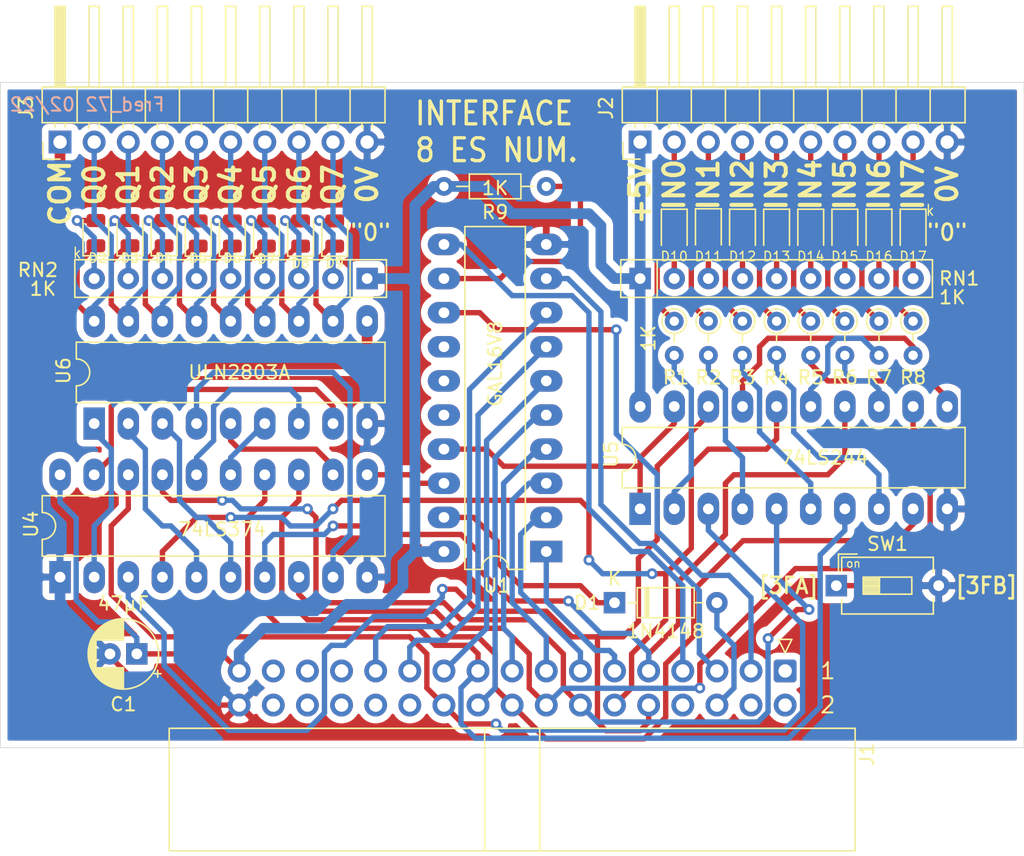
<source format=kicad_pcb>
(kicad_pcb (version 20171130) (host pcbnew "(5.1.12)-1")
  (title_block (title "INTERFACE 8 ENTREES/SORTIES LOGIQUES ORIC") (rev 1.0))
  (layers (0 F.Cu signal) (31 B.Cu signal) (34 B.Paste user) (35 F.Paste user) (36 B.SilkS user) (37 F.SilkS user) (38 B.Mask user) (39 F.Mask user) (44 Edge.Cuts user))
  (net 0 "")
  (net 1 GND)
  (net 2 VCC)
  (net 3 /~RESET)
  (net 4 /D0)
  (net 5 /D1)
  (net 6 /D2)
  (net 7 /D3)
  (net 8 /D4)
  (net 9 /D5)
  (net 10 /D6)
  (net 11 /D7)
  (net 12 /A0)
  (net 13 /A1)
  (net 14 /A2)
  (net 15 /A3)
  (net 16 /A4)
  (net 17 /A5)
  (net 18 /A6)
  (net 19 /A7)
  (net 20 /A8)
  (net 21 /A9)
  (net 22 /A10)
  (net 23 /A11)
  (net 24 /A12)
  (net 25 /A13)
  (net 26 /A14)
  (net 27 /A15)
  (net 28 /~IOCTRL)
  (net 29 "Net-(D1-Pad1)")
  (net 30 /~IRQ)
  (net 31 /~ROMDIS)
  (net 32 /R_~W)
  (net 33 /~IO)
  (net 34 /PHI2)
  (net 35 /~MAP)
  (net 36 /IN7)
  (net 37 /IN6)
  (net 38 /IN5)
  (net 39 /IN4)
  (net 40 /IN3)
  (net 41 /IN2)
  (net 42 /IN1)
  (net 43 /IN0)
  (net 44 "Net-(J3-Pad1)")
  (net 45 "Net-(R1-Pad2)")
  (net 46 "Net-(R2-Pad2)")
  (net 47 "Net-(R3-Pad2)")
  (net 48 "Net-(R4-Pad2)")
  (net 49 "Net-(R5-Pad2)")
  (net 50 "Net-(R6-Pad2)")
  (net 51 "Net-(R7-Pad2)")
  (net 52 "Net-(R8-Pad2)")
  (net 53 "Net-(D17-Pad2)")
  (net 54 "Net-(D16-Pad2)")
  (net 55 "Net-(D15-Pad2)")
  (net 56 "Net-(D14-Pad2)")
  (net 57 "Net-(D13-Pad2)")
  (net 58 "Net-(D12-Pad2)")
  (net 59 "Net-(D11-Pad2)")
  (net 60 "Net-(D10-Pad2)")
  (net 61 "Net-(D9-Pad2)")
  (net 62 "Net-(D5-Pad2)")
  (net 63 "Net-(D8-Pad2)")
  (net 64 "Net-(D4-Pad2)")
  (net 65 "Net-(D7-Pad2)")
  (net 66 "Net-(D3-Pad2)")
  (net 67 "Net-(D6-Pad2)")
  (net 68 "Net-(D2-Pad2)")
  (net 69 "Net-(D9-Pad1)")
  (net 70 "Net-(D8-Pad1)")
  (net 71 "Net-(D7-Pad1)")
  (net 72 "Net-(D6-Pad1)")
  (net 73 "Net-(D5-Pad1)")
  (net 74 "Net-(D4-Pad1)")
  (net 75 "Net-(D3-Pad1)")
  (net 76 "Net-(D2-Pad1)")
  (net 77 "Net-(U1-Pad18)")
  (net 78 "Net-(U1-Pad17)")
  (net 79 "Net-(U1-Pad16)")
  (net 80 "Net-(U1-Pad15)")
  (net 81 "Net-(U1-Pad14)")
  (net 82 "Net-(R9-Pad1)")
  (net 83 "Net-(U4-Pad19)")
  (net 84 "Net-(U4-Pad9)")
  (net 85 "Net-(U4-Pad16)")
  (net 86 "Net-(U4-Pad6)")
  (net 87 "Net-(U4-Pad15)")
  (net 88 "Net-(U4-Pad5)")
  (net 89 "Net-(U4-Pad12)")
  (net 90 "Net-(U4-Pad2)")
  (module Connector_IDC:IDC-Header_2x17_P2.54mm_Horizontal (layer F.Cu) (at 172.72 95.885 270)
    (fp_text reference J1 (at 6.215 -6.1 90) (layer F.SilkS))
    (fp_text value SLOT1)
    (pad 34 thru_hole circle (at 2.54 40.64 270) (size 1.7 1.7) (drill 1) (layers *.Cu *.Mask) (net 1 GND))
    (pad 32 thru_hole circle (at 2.54 38.1 270) (size 1.7 1.7) (drill 1) (layers *.Cu *.Mask) (net 23 /A11))
    (pad 30 thru_hole circle (at 2.54 35.56 270) (size 1.7 1.7) (drill 1) (layers *.Cu *.Mask) (net 24 /A12))
    (pad 28 thru_hole circle (at 2.54 33.02 270) (size 1.7 1.7) (drill 1) (layers *.Cu *.Mask) (net 25 /A13))
    (pad 26 thru_hole circle (at 2.54 30.48 270) (size 1.7 1.7) (drill 1) (layers *.Cu *.Mask) (net 26 /A14))
    (pad 24 thru_hole circle (at 2.54 27.94 270) (size 1.7 1.7) (drill 1) (layers *.Cu *.Mask) (net 27 /A15))
    (pad 22 thru_hole circle (at 2.54 25.4 270) (size 1.7 1.7) (drill 1) (layers *.Cu *.Mask) (net 11 /D7))
    (pad 20 thru_hole circle (at 2.54 22.86 270) (size 1.7 1.7) (drill 1) (layers *.Cu *.Mask) (net 16 /A4))
    (pad 18 thru_hole circle (at 2.54 20.32 270) (size 1.7 1.7) (drill 1) (layers *.Cu *.Mask) (net 8 /D4))
    (pad 16 thru_hole circle (at 2.54 17.78 270) (size 1.7 1.7) (drill 1) (layers *.Cu *.Mask) (net 7 /D3))
    (pad 14 thru_hole circle (at 2.54 15.24 270) (size 1.7 1.7) (drill 1) (layers *.Cu *.Mask) (net 10 /D6))
    (pad 12 thru_hole circle (at 2.54 12.7 270) (size 1.7 1.7) (drill 1) (layers *.Cu *.Mask) (net 5 /D1))
    (pad 10 thru_hole circle (at 2.54 10.16 270) (size 1.7 1.7) (drill 1) (layers *.Cu *.Mask) (net 4 /D0))
    (pad 8 thru_hole circle (at 2.54 7.62 270) (size 1.7 1.7) (drill 1) (layers *.Cu *.Mask) (net 30 /~IRQ))
    (pad 6 thru_hole circle (at 2.54 5.08 270) (size 1.7 1.7) (drill 1) (layers *.Cu *.Mask) (net 28 /~IOCTRL))
    (pad 4 thru_hole circle (at 2.54 2.54 270) (size 1.7 1.7) (drill 1) (layers *.Cu *.Mask) (net 3 /~RESET))
    (pad 2 thru_hole circle (at 2.54 0 270) (size 1.7 1.7) (drill 1) (layers *.Cu *.Mask) (net 31 /~ROMDIS))
    (pad 33 thru_hole circle (at 0 40.64 270) (size 1.7 1.7) (drill 1) (layers *.Cu *.Mask) (net 2 VCC))
    (pad 31 thru_hole circle (at 0 38.1 270) (size 1.7 1.7) (drill 1) (layers *.Cu *.Mask) (net 22 /A10))
    (pad 29 thru_hole circle (at 0 35.56 270) (size 1.7 1.7) (drill 1) (layers *.Cu *.Mask) (net 21 /A9))
    (pad 27 thru_hole circle (at 0 33.02 270) (size 1.7 1.7) (drill 1) (layers *.Cu *.Mask) (net 20 /A8))
    (pad 25 thru_hole circle (at 0 30.48 270) (size 1.7 1.7) (drill 1) (layers *.Cu *.Mask) (net 19 /A7))
    (pad 23 thru_hole circle (at 0 27.94 270) (size 1.7 1.7) (drill 1) (layers *.Cu *.Mask) (net 18 /A6))
    (pad 21 thru_hole circle (at 0 25.4 270) (size 1.7 1.7) (drill 1) (layers *.Cu *.Mask) (net 17 /A5))
    (pad 19 thru_hole circle (at 0 22.86 270) (size 1.7 1.7) (drill 1) (layers *.Cu *.Mask) (net 9 /D5))
    (pad 17 thru_hole circle (at 0 20.32 270) (size 1.7 1.7) (drill 1) (layers *.Cu *.Mask) (net 14 /A2))
    (pad 15 thru_hole circle (at 0 17.78 270) (size 1.7 1.7) (drill 1) (layers *.Cu *.Mask) (net 13 /A1))
    (pad 13 thru_hole circle (at 0 15.24 270) (size 1.7 1.7) (drill 1) (layers *.Cu *.Mask) (net 12 /A0))
    (pad 11 thru_hole circle (at 0 12.7 270) (size 1.7 1.7) (drill 1) (layers *.Cu *.Mask) (net 15 /A3))
    (pad 9 thru_hole circle (at 0 10.16 270) (size 1.7 1.7) (drill 1) (layers *.Cu *.Mask) (net 6 /D2))
    (pad 7 thru_hole circle (at 0 7.62 270) (size 1.7 1.7) (drill 1) (layers *.Cu *.Mask) (net 32 /R_~W))
    (pad 5 thru_hole circle (at 0 5.08 270) (size 1.7 1.7) (drill 1) (layers *.Cu *.Mask) (net 33 /~IO))
    (pad 3 thru_hole circle (at 0 2.54 270) (size 1.7 1.7) (drill 1) (layers *.Cu *.Mask) (net 34 /PHI2))
    (pad 1 thru_hole roundrect (at 0 0 270) (size 1.7 1.7) (drill 1) (layers *.Cu *.Mask) (roundrect_rratio 0.1470588235294118) (net 35 /~MAP))
  )
  (module Resistor_THT:R_Array_SIP9 (layer F.Cu) (at 141.605 66.675 180)
    (fp_text reference RN2 (at 24.511 0.635) (layer F.SilkS))
    (fp_text value 1K (at 24.13 -0.762) (layer F.SilkS))
    (pad 9 thru_hole oval (at 20.32 0 180) (size 1.6 1.6) (drill 0.8) (layers *.Cu *.Mask) (net 68 "Net-(D2-Pad2)"))
    (pad 8 thru_hole oval (at 17.78 0 180) (size 1.6 1.6) (drill 0.8) (layers *.Cu *.Mask) (net 66 "Net-(D3-Pad2)"))
    (pad 7 thru_hole oval (at 15.24 0 180) (size 1.6 1.6) (drill 0.8) (layers *.Cu *.Mask) (net 64 "Net-(D4-Pad2)"))
    (pad 6 thru_hole oval (at 12.7 0 180) (size 1.6 1.6) (drill 0.8) (layers *.Cu *.Mask) (net 62 "Net-(D5-Pad2)"))
    (pad 5 thru_hole oval (at 10.16 0 180) (size 1.6 1.6) (drill 0.8) (layers *.Cu *.Mask) (net 67 "Net-(D6-Pad2)"))
    (pad 4 thru_hole oval (at 7.62 0 180) (size 1.6 1.6) (drill 0.8) (layers *.Cu *.Mask) (net 65 "Net-(D7-Pad2)"))
    (pad 3 thru_hole oval (at 5.08 0 180) (size 1.6 1.6) (drill 0.8) (layers *.Cu *.Mask) (net 63 "Net-(D8-Pad2)"))
    (pad 2 thru_hole oval (at 2.54 0 180) (size 1.6 1.6) (drill 0.8) (layers *.Cu *.Mask) (net 61 "Net-(D9-Pad2)"))
    (pad 1 thru_hole rect (at 0 0 180) (size 1.6 1.6) (drill 0.8) (layers *.Cu *.Mask) (net 2 VCC))
  )
  (module Resistor_THT:R_Axial_DIN0204_L3.6mm_D1.6mm_P7.62mm_Horizontal (layer F.Cu) (at 154.94 59.817 180)
    (fp_text reference R9 (at 3.81 -1.92) (layer F.SilkS))
    (fp_text value 1K (at 3.81 -0.127) (layer F.SilkS))
    (pad 2 thru_hole oval (at 7.62 0 180) (size 1.4 1.4) (drill 0.7) (layers *.Cu *.Mask) (net 2 VCC))
    (pad 1 thru_hole circle (at 0 0 180) (size 1.4 1.4) (drill 0.7) (layers *.Cu *.Mask) (net 82 "Net-(R9-Pad1)"))
  )
  (module Button_Switch_THT:SW_DIP_SPSTx01_Slide_6.7x4.1mm_W7.62mm_P2.54mm_LowProfile (layer F.Cu) (at 176.53 89.535)
    (fp_text reference SW1 (at 3.81 -3.11) (layer F.SilkS))
    (fp_text value 3FA/3FB)
    (fp_text user on (at 1.27 -1.651 180) (layer F.SilkS) (effects (font (size 0.6 0.6) (thickness 0.09))))
    (pad 2 thru_hole oval (at 7.62 0) (size 1.6 1.6) (drill 0.8) (layers *.Cu *.Mask) (net 1 GND))
    (pad 1 thru_hole rect (at 0 0) (size 1.6 1.6) (drill 0.8) (layers *.Cu *.Mask) (net 82 "Net-(R9-Pad1)"))
  )
  (module Connector_PinHeader_2.54mm:PinHeader_1x10_P2.54mm_Horizontal (layer F.Cu) (at 161.925 56.515 90)
    (fp_text reference J2 (at 2.54 -2.54 90) (layer F.SilkS))
    (fp_text value E/S)
    (pad 10 thru_hole oval (at 0 22.86 90) (size 1.7 1.7) (drill 1) (layers *.Cu *.Mask) (net 1 GND))
    (pad 9 thru_hole oval (at 0 20.32 90) (size 1.7 1.7) (drill 1) (layers *.Cu *.Mask) (net 36 /IN7))
    (pad 8 thru_hole oval (at 0 17.78 90) (size 1.7 1.7) (drill 1) (layers *.Cu *.Mask) (net 37 /IN6))
    (pad 7 thru_hole oval (at 0 15.24 90) (size 1.7 1.7) (drill 1) (layers *.Cu *.Mask) (net 38 /IN5))
    (pad 6 thru_hole oval (at 0 12.7 90) (size 1.7 1.7) (drill 1) (layers *.Cu *.Mask) (net 39 /IN4))
    (pad 5 thru_hole oval (at 0 10.16 90) (size 1.7 1.7) (drill 1) (layers *.Cu *.Mask) (net 40 /IN3))
    (pad 4 thru_hole oval (at 0 7.62 90) (size 1.7 1.7) (drill 1) (layers *.Cu *.Mask) (net 41 /IN2))
    (pad 3 thru_hole oval (at 0 5.08 90) (size 1.7 1.7) (drill 1) (layers *.Cu *.Mask) (net 42 /IN1))
    (pad 2 thru_hole oval (at 0 2.54 90) (size 1.7 1.7) (drill 1) (layers *.Cu *.Mask) (net 43 /IN0))
    (pad 1 thru_hole rect (at 0 0 90) (size 1.7 1.7) (drill 1) (layers *.Cu *.Mask) (net 2 VCC))
  )
  (module Connector_PinHeader_2.54mm:PinHeader_1x10_P2.54mm_Horizontal (layer F.Cu) (at 118.745 56.515 90)
    (fp_text reference J3 (at 2.54 -2.54 90) (layer F.SilkS))
    (fp_text value E/S)
    (pad 10 thru_hole oval (at 0 22.86 90) (size 1.7 1.7) (drill 1) (layers *.Cu *.Mask) (net 1 GND))
    (pad 9 thru_hole oval (at 0 20.32 90) (size 1.7 1.7) (drill 1) (layers *.Cu *.Mask) (net 69 "Net-(D9-Pad1)"))
    (pad 8 thru_hole oval (at 0 17.78 90) (size 1.7 1.7) (drill 1) (layers *.Cu *.Mask) (net 70 "Net-(D8-Pad1)"))
    (pad 7 thru_hole oval (at 0 15.24 90) (size 1.7 1.7) (drill 1) (layers *.Cu *.Mask) (net 71 "Net-(D7-Pad1)"))
    (pad 6 thru_hole oval (at 0 12.7 90) (size 1.7 1.7) (drill 1) (layers *.Cu *.Mask) (net 72 "Net-(D6-Pad1)"))
    (pad 5 thru_hole oval (at 0 10.16 90) (size 1.7 1.7) (drill 1) (layers *.Cu *.Mask) (net 73 "Net-(D5-Pad1)"))
    (pad 4 thru_hole oval (at 0 7.62 90) (size 1.7 1.7) (drill 1) (layers *.Cu *.Mask) (net 74 "Net-(D4-Pad1)"))
    (pad 3 thru_hole oval (at 0 5.08 90) (size 1.7 1.7) (drill 1) (layers *.Cu *.Mask) (net 75 "Net-(D3-Pad1)"))
    (pad 2 thru_hole oval (at 0 2.54 90) (size 1.7 1.7) (drill 1) (layers *.Cu *.Mask) (net 76 "Net-(D2-Pad1)"))
    (pad 1 thru_hole rect (at 0 0 90) (size 1.7 1.7) (drill 1) (layers *.Cu *.Mask) (net 44 "Net-(J3-Pad1)"))
  )
  (module Package_DIP:DIP-20_W7.62mm_LongPads (layer F.Cu) (at 154.94 86.995 180)
    (fp_text reference U1 (at 3.683 -2.54) (layer F.SilkS))
    (fp_text value GAL16V8 (at 3.81 13.97 90) (layer F.SilkS))
    (pad 20 thru_hole oval (at 7.62 0 180) (size 2.4 1.6) (drill 0.8) (layers *.Cu *.Mask) (net 2 VCC))
    (pad 10 thru_hole oval (at 0 22.86 180) (size 2.4 1.6) (drill 0.8) (layers *.Cu *.Mask) (net 1 GND))
    (pad 19 thru_hole oval (at 7.62 2.54 180) (size 2.4 1.6) (drill 0.8) (layers *.Cu *.Mask) (net 29 "Net-(D1-Pad1)"))
    (pad 9 thru_hole oval (at 0 20.32 180) (size 2.4 1.6) (drill 0.8) (layers *.Cu *.Mask) (net 33 /~IO))
    (pad 18 thru_hole oval (at 7.62 5.08 180) (size 2.4 1.6) (drill 0.8) (layers *.Cu *.Mask) (net 77 "Net-(U1-Pad18)"))
    (pad 8 thru_hole oval (at 0 17.78 180) (size 2.4 1.6) (drill 0.8) (layers *.Cu *.Mask) (net 19 /A7))
    (pad 17 thru_hole oval (at 7.62 7.62 180) (size 2.4 1.6) (drill 0.8) (layers *.Cu *.Mask) (net 78 "Net-(U1-Pad17)"))
    (pad 7 thru_hole oval (at 0 15.24 180) (size 2.4 1.6) (drill 0.8) (layers *.Cu *.Mask) (net 18 /A6))
    (pad 16 thru_hole oval (at 7.62 10.16 180) (size 2.4 1.6) (drill 0.8) (layers *.Cu *.Mask) (net 79 "Net-(U1-Pad16)"))
    (pad 6 thru_hole oval (at 0 12.7 180) (size 2.4 1.6) (drill 0.8) (layers *.Cu *.Mask) (net 17 /A5))
    (pad 15 thru_hole oval (at 7.62 12.7 180) (size 2.4 1.6) (drill 0.8) (layers *.Cu *.Mask) (net 80 "Net-(U1-Pad15)"))
    (pad 5 thru_hole oval (at 0 10.16 180) (size 2.4 1.6) (drill 0.8) (layers *.Cu *.Mask) (net 16 /A4))
    (pad 14 thru_hole oval (at 7.62 15.24 180) (size 2.4 1.6) (drill 0.8) (layers *.Cu *.Mask) (net 81 "Net-(U1-Pad14)"))
    (pad 4 thru_hole oval (at 0 7.62 180) (size 2.4 1.6) (drill 0.8) (layers *.Cu *.Mask) (net 14 /A2))
    (pad 13 thru_hole oval (at 7.62 17.78 180) (size 2.4 1.6) (drill 0.8) (layers *.Cu *.Mask) (net 34 /PHI2))
    (pad 3 thru_hole oval (at 0 5.08 180) (size 2.4 1.6) (drill 0.8) (layers *.Cu *.Mask) (net 13 /A1))
    (pad 12 thru_hole oval (at 7.62 20.32 180) (size 2.4 1.6) (drill 0.8) (layers *.Cu *.Mask) (net 82 "Net-(R9-Pad1)"))
    (pad 2 thru_hole oval (at 0 2.54 180) (size 2.4 1.6) (drill 0.8) (layers *.Cu *.Mask) (net 12 /A0))
    (pad 11 thru_hole oval (at 7.62 22.86 180) (size 2.4 1.6) (drill 0.8) (layers *.Cu *.Mask) (net 32 /R_~W))
    (pad 1 thru_hole rect (at 0 0 180) (size 2.4 1.6) (drill 0.8) (layers *.Cu *.Mask) (net 15 /A3))
  )
  (module Resistor_THT:R_Axial_DIN0204_L3.6mm_D1.6mm_P2.54mm_Vertical (layer F.Cu) (at 182.245 69.85 270)
    (fp_text reference R8 (at 4.191 0 180) (layer F.SilkS))
    (fp_text value 1K)
    (pad 2 thru_hole oval (at 2.54 0 270) (size 1.4 1.4) (drill 0.7) (layers *.Cu *.Mask) (net 52 "Net-(R8-Pad2)"))
    (pad 1 thru_hole circle (at 0 0 270) (size 1.4 1.4) (drill 0.7) (layers *.Cu *.Mask) (net 36 /IN7))
  )
  (module Resistor_THT:R_Axial_DIN0204_L3.6mm_D1.6mm_P2.54mm_Vertical (layer F.Cu) (at 179.705 69.85 270)
    (fp_text reference R7 (at 4.191 0 180) (layer F.SilkS))
    (fp_text value 1K)
    (pad 2 thru_hole oval (at 2.54 0 270) (size 1.4 1.4) (drill 0.7) (layers *.Cu *.Mask) (net 51 "Net-(R7-Pad2)"))
    (pad 1 thru_hole circle (at 0 0 270) (size 1.4 1.4) (drill 0.7) (layers *.Cu *.Mask) (net 37 /IN6))
  )
  (module Resistor_THT:R_Axial_DIN0204_L3.6mm_D1.6mm_P2.54mm_Vertical (layer F.Cu) (at 177.165 69.85 270)
    (fp_text reference R6 (at 4.191 0 180) (layer F.SilkS))
    (fp_text value 1K)
    (pad 2 thru_hole oval (at 2.54 0 270) (size 1.4 1.4) (drill 0.7) (layers *.Cu *.Mask) (net 50 "Net-(R6-Pad2)"))
    (pad 1 thru_hole circle (at 0 0 270) (size 1.4 1.4) (drill 0.7) (layers *.Cu *.Mask) (net 38 /IN5))
  )
  (module Resistor_THT:R_Axial_DIN0204_L3.6mm_D1.6mm_P2.54mm_Vertical (layer F.Cu) (at 174.625 69.85 270)
    (fp_text reference R5 (at 4.191 0 180) (layer F.SilkS))
    (fp_text value 1K)
    (pad 2 thru_hole oval (at 2.54 0 270) (size 1.4 1.4) (drill 0.7) (layers *.Cu *.Mask) (net 49 "Net-(R5-Pad2)"))
    (pad 1 thru_hole circle (at 0 0 270) (size 1.4 1.4) (drill 0.7) (layers *.Cu *.Mask) (net 39 /IN4))
  )
  (module Resistor_THT:R_Axial_DIN0204_L3.6mm_D1.6mm_P2.54mm_Vertical (layer F.Cu) (at 172.085 69.85 270)
    (fp_text reference R4 (at 4.191 0 180) (layer F.SilkS))
    (fp_text value 1K)
    (pad 2 thru_hole oval (at 2.54 0 270) (size 1.4 1.4) (drill 0.7) (layers *.Cu *.Mask) (net 48 "Net-(R4-Pad2)"))
    (pad 1 thru_hole circle (at 0 0 270) (size 1.4 1.4) (drill 0.7) (layers *.Cu *.Mask) (net 40 /IN3))
  )
  (module Resistor_THT:R_Axial_DIN0204_L3.6mm_D1.6mm_P2.54mm_Vertical (layer F.Cu) (at 169.545 69.85 270)
    (fp_text reference R3 (at 4.191 0 180) (layer F.SilkS))
    (fp_text value 1K)
    (pad 2 thru_hole oval (at 2.54 0 270) (size 1.4 1.4) (drill 0.7) (layers *.Cu *.Mask) (net 47 "Net-(R3-Pad2)"))
    (pad 1 thru_hole circle (at 0 0 270) (size 1.4 1.4) (drill 0.7) (layers *.Cu *.Mask) (net 41 /IN2))
  )
  (module Resistor_THT:R_Axial_DIN0204_L3.6mm_D1.6mm_P2.54mm_Vertical (layer F.Cu) (at 167.005 69.85 270)
    (fp_text reference R2 (at 4.191 0 180) (layer F.SilkS))
    (fp_text value 1K)
    (pad 2 thru_hole oval (at 2.54 0 270) (size 1.4 1.4) (drill 0.7) (layers *.Cu *.Mask) (net 46 "Net-(R2-Pad2)"))
    (pad 1 thru_hole circle (at 0 0 270) (size 1.4 1.4) (drill 0.7) (layers *.Cu *.Mask) (net 42 /IN1))
  )
  (module Resistor_THT:R_Axial_DIN0204_L3.6mm_D1.6mm_P2.54mm_Vertical (layer F.Cu) (at 164.465 69.85 270)
    (fp_text reference R1 (at 4.191 -0.127 180) (layer F.SilkS))
    (fp_text value 1K (at 1.27 1.92 90) (layer F.SilkS))
    (pad 2 thru_hole oval (at 2.54 0 270) (size 1.4 1.4) (drill 0.7) (layers *.Cu *.Mask) (net 45 "Net-(R1-Pad2)"))
    (pad 1 thru_hole circle (at 0 0 270) (size 1.4 1.4) (drill 0.7) (layers *.Cu *.Mask) (net 43 /IN0))
  )
  (module LED_SMD:LED_0805_2012Metric (layer F.Cu) (at 182.245 63.1975 270)
    (fp_text reference D17 (at 1.8265 0 180) (layer F.SilkS) (effects (font (size 0.7 0.7) (thickness 0.1))))
    (fp_text value D7)
    (pad 2 smd roundrect (at 0.9375 0 270) (size 0.975 1.4) (layers F.Cu F.Paste F.Mask) (net 53 "Net-(D17-Pad2)"))
    (pad 1 smd roundrect (at -0.9375 0 270) (size 0.975 1.4) (layers F.Cu F.Paste F.Mask) (net 36 /IN7))
  )
  (module LED_SMD:LED_0805_2012Metric (layer F.Cu) (at 179.705 63.1975 270)
    (fp_text reference D16 (at 1.8265 0 180) (layer F.SilkS) (effects (font (size 0.7 0.7) (thickness 0.1))))
    (fp_text value D6)
    (pad 2 smd roundrect (at 0.9375 0 270) (size 0.975 1.4) (layers F.Cu F.Paste F.Mask) (net 54 "Net-(D16-Pad2)"))
    (pad 1 smd roundrect (at -0.9375 0 270) (size 0.975 1.4) (layers F.Cu F.Paste F.Mask) (net 37 /IN6))
  )
  (module LED_SMD:LED_0805_2012Metric (layer F.Cu) (at 177.165 63.1975 270)
    (fp_text reference D15 (at 1.8265 0 180) (layer F.SilkS) (effects (font (size 0.7 0.7) (thickness 0.1))))
    (fp_text value D5)
    (pad 2 smd roundrect (at 0.9375 0 270) (size 0.975 1.4) (layers F.Cu F.Paste F.Mask) (net 55 "Net-(D15-Pad2)"))
    (pad 1 smd roundrect (at -0.9375 0 270) (size 0.975 1.4) (layers F.Cu F.Paste F.Mask) (net 38 /IN5))
  )
  (module LED_SMD:LED_0805_2012Metric (layer F.Cu) (at 174.625 63.1975 270)
    (fp_text reference D14 (at 1.8265 0 180) (layer F.SilkS) (effects (font (size 0.7 0.7) (thickness 0.1))))
    (fp_text value D4)
    (pad 2 smd roundrect (at 0.9375 0 270) (size 0.975 1.4) (layers F.Cu F.Paste F.Mask) (net 56 "Net-(D14-Pad2)"))
    (pad 1 smd roundrect (at -0.9375 0 270) (size 0.975 1.4) (layers F.Cu F.Paste F.Mask) (net 39 /IN4))
  )
  (module LED_SMD:LED_0805_2012Metric (layer F.Cu) (at 172.085 63.1975 270)
    (fp_text reference D13 (at 1.8265 0 180) (layer F.SilkS) (effects (font (size 0.7 0.7) (thickness 0.1))))
    (fp_text value D3)
    (pad 2 smd roundrect (at 0.9375 0 270) (size 0.975 1.4) (layers F.Cu F.Paste F.Mask) (net 57 "Net-(D13-Pad2)"))
    (pad 1 smd roundrect (at -0.9375 0 270) (size 0.975 1.4) (layers F.Cu F.Paste F.Mask) (net 40 /IN3))
  )
  (module LED_SMD:LED_0805_2012Metric (layer F.Cu) (at 169.545 63.1975 270)
    (fp_text reference D12 (at 1.8265 0 180) (layer F.SilkS) (effects (font (size 0.7 0.7) (thickness 0.1))))
    (fp_text value D2)
    (pad 2 smd roundrect (at 0.9375 0 270) (size 0.975 1.4) (layers F.Cu F.Paste F.Mask) (net 58 "Net-(D12-Pad2)"))
    (pad 1 smd roundrect (at -0.9375 0 270) (size 0.975 1.4) (layers F.Cu F.Paste F.Mask) (net 41 /IN2))
  )
  (module LED_SMD:LED_0805_2012Metric (layer F.Cu) (at 167.005 63.1675 270)
    (fp_text reference D11 (at 1.8565 0 180) (layer F.SilkS) (effects (font (size 0.7 0.7) (thickness 0.1))))
    (fp_text value D1)
    (pad 2 smd roundrect (at 0.9375 0 270) (size 0.975 1.4) (layers F.Cu F.Paste F.Mask) (net 59 "Net-(D11-Pad2)"))
    (pad 1 smd roundrect (at -0.9375 0 270) (size 0.975 1.4) (layers F.Cu F.Paste F.Mask) (net 42 /IN1))
  )
  (module LED_SMD:LED_0805_2012Metric (layer F.Cu) (at 164.465 63.1975 270)
    (fp_text reference D10 (at 1.8265 0 180) (layer F.SilkS) (effects (font (size 0.7 0.7) (thickness 0.1))))
    (fp_text value D0)
    (pad 2 smd roundrect (at 0.9375 0 270) (size 0.975 1.4) (layers F.Cu F.Paste F.Mask) (net 60 "Net-(D10-Pad2)"))
    (pad 1 smd roundrect (at -0.9375 0 270) (size 0.975 1.4) (layers F.Cu F.Paste F.Mask) (net 43 /IN0))
  )
  (module LED_SMD:LED_0805_2012Metric (layer F.Cu) (at 139.192 63.3245 90)
    (fp_text reference D9 (at -2.2075 0 180) (layer F.SilkS) (effects (font (size 0.7 0.7) (thickness 0.1))))
    (fp_text value Q7)
    (pad 2 smd roundrect (at 0.9375 0 90) (size 0.975 1.4) (layers F.Cu F.Paste F.Mask) (net 61 "Net-(D9-Pad2)"))
    (pad 1 smd roundrect (at -0.9375 0 90) (size 0.975 1.4) (layers F.Cu F.Paste F.Mask) (net 69 "Net-(D9-Pad1)"))
  )
  (module LED_SMD:LED_0805_2012Metric (layer F.Cu) (at 136.652 63.3245 90)
    (fp_text reference D8 (at -2.2075 0 180) (layer F.SilkS) (effects (font (size 0.7 0.7) (thickness 0.1))))
    (fp_text value Q6)
    (pad 2 smd roundrect (at 0.9375 0 90) (size 0.975 1.4) (layers F.Cu F.Paste F.Mask) (net 63 "Net-(D8-Pad2)"))
    (pad 1 smd roundrect (at -0.9375 0 90) (size 0.975 1.4) (layers F.Cu F.Paste F.Mask) (net 70 "Net-(D8-Pad1)"))
  )
  (module LED_SMD:LED_0805_2012Metric (layer F.Cu) (at 134.112 63.3222 90)
    (fp_text reference D7 (at -1.905 0 180) (layer F.SilkS) (effects (font (size 0.7 0.7) (thickness 0.1))))
    (fp_text value Q5)
    (pad 2 smd roundrect (at 0.9375 0 90) (size 0.975 1.4) (layers F.Cu F.Paste F.Mask) (net 65 "Net-(D7-Pad2)"))
    (pad 1 smd roundrect (at -0.9375 0 90) (size 0.975 1.4) (layers F.Cu F.Paste F.Mask) (net 71 "Net-(D7-Pad1)"))
  )
  (module LED_SMD:LED_0805_2012Metric (layer F.Cu) (at 131.572 63.3245 90)
    (fp_text reference D6 (at -1.8265 0 180) (layer F.SilkS) (effects (font (size 0.7 0.7) (thickness 0.1))))
    (fp_text value Q4)
    (pad 2 smd roundrect (at 0.9375 0 90) (size 0.975 1.4) (layers F.Cu F.Paste F.Mask) (net 67 "Net-(D6-Pad2)"))
    (pad 1 smd roundrect (at -0.9375 0 90) (size 0.975 1.4) (layers F.Cu F.Paste F.Mask) (net 72 "Net-(D6-Pad1)"))
  )
  (module LED_SMD:LED_0805_2012Metric (layer F.Cu) (at 129.032 63.3245 90)
    (fp_text reference D5 (at -1.8265 0 180) (layer F.SilkS) (effects (font (size 0.7 0.7) (thickness 0.1))))
    (fp_text value Q3)
    (pad 2 smd roundrect (at 0.9375 0 90) (size 0.975 1.4) (layers F.Cu F.Paste F.Mask) (net 62 "Net-(D5-Pad2)"))
    (pad 1 smd roundrect (at -0.9375 0 90) (size 0.975 1.4) (layers F.Cu F.Paste F.Mask) (net 73 "Net-(D5-Pad1)"))
  )
  (module LED_SMD:LED_0805_2012Metric (layer F.Cu) (at 126.492 63.2945 90)
    (fp_text reference D4 (at -1.8565 0 180) (layer F.SilkS) (effects (font (size 0.7 0.7) (thickness 0.1))))
    (fp_text value Q2)
    (pad 2 smd roundrect (at 0.9375 0 90) (size 0.975 1.4) (layers F.Cu F.Paste F.Mask) (net 64 "Net-(D4-Pad2)"))
    (pad 1 smd roundrect (at -0.9375 0 90) (size 0.975 1.4) (layers F.Cu F.Paste F.Mask) (net 74 "Net-(D4-Pad1)"))
  )
  (module LED_SMD:LED_0805_2012Metric (layer F.Cu) (at 123.952 63.2945 90)
    (fp_text reference D3 (at -1.8565 0 180) (layer F.SilkS) (effects (font (size 0.7 0.7) (thickness 0.1))))
    (fp_text value Q1)
    (pad 2 smd roundrect (at 0.9375 0 90) (size 0.975 1.4) (layers F.Cu F.Paste F.Mask) (net 66 "Net-(D3-Pad2)"))
    (pad 1 smd roundrect (at -0.9375 0 90) (size 0.975 1.4) (layers F.Cu F.Paste F.Mask) (net 75 "Net-(D3-Pad1)"))
  )
  (module LED_SMD:LED_0805_2012Metric (layer F.Cu) (at 121.412 63.2945 90)
    (fp_text reference D2 (at -1.8565 0.127 180) (layer F.SilkS) (effects (font (size 0.7 0.7) (thickness 0.1))))
    (fp_text value Q0)
    (pad 2 smd roundrect (at 0.9375 0 90) (size 0.975 1.4) (layers F.Cu F.Paste F.Mask) (net 68 "Net-(D2-Pad2)"))
    (pad 1 smd roundrect (at -0.9375 0 90) (size 0.975 1.4) (layers F.Cu F.Paste F.Mask) (net 76 "Net-(D2-Pad1)"))
  )
  (module Package_DIP:DIP-18_W7.62mm_LongPads (layer F.Cu) (at 121.285 77.47 90)
    (fp_text reference U6 (at 3.937 -2.286 270) (layer F.SilkS))
    (fp_text value ULN2803A (at 3.81 10.795 180) (layer F.SilkS))
    (pad 18 thru_hole oval (at 7.62 0 90) (size 2.4 1.6) (drill 0.8) (layers *.Cu *.Mask) (net 76 "Net-(D2-Pad1)"))
    (pad 9 thru_hole oval (at 0 20.32 90) (size 2.4 1.6) (drill 0.8) (layers *.Cu *.Mask) (net 1 GND))
    (pad 17 thru_hole oval (at 7.62 2.54 90) (size 2.4 1.6) (drill 0.8) (layers *.Cu *.Mask) (net 75 "Net-(D3-Pad1)"))
    (pad 8 thru_hole oval (at 0 17.78 90) (size 2.4 1.6) (drill 0.8) (layers *.Cu *.Mask) (net 83 "Net-(U4-Pad19)"))
    (pad 16 thru_hole oval (at 7.62 5.08 90) (size 2.4 1.6) (drill 0.8) (layers *.Cu *.Mask) (net 74 "Net-(D4-Pad1)"))
    (pad 7 thru_hole oval (at 0 15.24 90) (size 2.4 1.6) (drill 0.8) (layers *.Cu *.Mask) (net 85 "Net-(U4-Pad16)"))
    (pad 15 thru_hole oval (at 7.62 7.62 90) (size 2.4 1.6) (drill 0.8) (layers *.Cu *.Mask) (net 73 "Net-(D5-Pad1)"))
    (pad 6 thru_hole oval (at 0 12.7 90) (size 2.4 1.6) (drill 0.8) (layers *.Cu *.Mask) (net 87 "Net-(U4-Pad15)"))
    (pad 14 thru_hole oval (at 7.62 10.16 90) (size 2.4 1.6) (drill 0.8) (layers *.Cu *.Mask) (net 72 "Net-(D6-Pad1)"))
    (pad 5 thru_hole oval (at 0 10.16 90) (size 2.4 1.6) (drill 0.8) (layers *.Cu *.Mask) (net 89 "Net-(U4-Pad12)"))
    (pad 13 thru_hole oval (at 7.62 12.7 90) (size 2.4 1.6) (drill 0.8) (layers *.Cu *.Mask) (net 71 "Net-(D7-Pad1)"))
    (pad 4 thru_hole oval (at 0 7.62 90) (size 2.4 1.6) (drill 0.8) (layers *.Cu *.Mask) (net 84 "Net-(U4-Pad9)"))
    (pad 12 thru_hole oval (at 7.62 15.24 90) (size 2.4 1.6) (drill 0.8) (layers *.Cu *.Mask) (net 70 "Net-(D8-Pad1)"))
    (pad 3 thru_hole oval (at 0 5.08 90) (size 2.4 1.6) (drill 0.8) (layers *.Cu *.Mask) (net 86 "Net-(U4-Pad6)"))
    (pad 11 thru_hole oval (at 7.62 17.78 90) (size 2.4 1.6) (drill 0.8) (layers *.Cu *.Mask) (net 69 "Net-(D9-Pad1)"))
    (pad 2 thru_hole oval (at 0 2.54 90) (size 2.4 1.6) (drill 0.8) (layers *.Cu *.Mask) (net 88 "Net-(U4-Pad5)"))
    (pad 10 thru_hole oval (at 7.62 20.32 90) (size 2.4 1.6) (drill 0.8) (layers *.Cu *.Mask) (net 44 "Net-(J3-Pad1)"))
    (pad 1 thru_hole rect (at 0 0 90) (size 2.4 1.6) (drill 0.8) (layers *.Cu *.Mask) (net 90 "Net-(U4-Pad2)"))
  )
  (module Package_DIP:DIP-20_W7.62mm_LongPads (layer F.Cu) (at 161.925 83.82 90)
    (fp_text reference U5 (at 4.064 -2.159 270) (layer F.SilkS))
    (fp_text value 74LS244 (at 3.81 13.716 180) (layer F.SilkS))
    (pad 20 thru_hole oval (at 7.62 0 90) (size 2.4 1.6) (drill 0.8) (layers *.Cu *.Mask) (net 2 VCC))
    (pad 10 thru_hole oval (at 0 22.86 90) (size 2.4 1.6) (drill 0.8) (layers *.Cu *.Mask) (net 1 GND))
    (pad 19 thru_hole oval (at 7.62 2.54 90) (size 2.4 1.6) (drill 0.8) (layers *.Cu *.Mask) (net 78 "Net-(U1-Pad17)"))
    (pad 9 thru_hole oval (at 0 20.32 90) (size 2.4 1.6) (drill 0.8) (layers *.Cu *.Mask) (net 8 /D4))
    (pad 18 thru_hole oval (at 7.62 5.08 90) (size 2.4 1.6) (drill 0.8) (layers *.Cu *.Mask) (net 4 /D0))
    (pad 8 thru_hole oval (at 0 17.78 90) (size 2.4 1.6) (drill 0.8) (layers *.Cu *.Mask) (net 48 "Net-(R4-Pad2)"))
    (pad 17 thru_hole oval (at 7.62 7.62 90) (size 2.4 1.6) (drill 0.8) (layers *.Cu *.Mask) (net 52 "Net-(R8-Pad2)"))
    (pad 7 thru_hole oval (at 0 15.24 90) (size 2.4 1.6) (drill 0.8) (layers *.Cu *.Mask) (net 9 /D5))
    (pad 16 thru_hole oval (at 7.62 10.16 90) (size 2.4 1.6) (drill 0.8) (layers *.Cu *.Mask) (net 5 /D1))
    (pad 6 thru_hole oval (at 0 12.7 90) (size 2.4 1.6) (drill 0.8) (layers *.Cu *.Mask) (net 47 "Net-(R3-Pad2)"))
    (pad 15 thru_hole oval (at 7.62 12.7 90) (size 2.4 1.6) (drill 0.8) (layers *.Cu *.Mask) (net 51 "Net-(R7-Pad2)"))
    (pad 5 thru_hole oval (at 0 10.16 90) (size 2.4 1.6) (drill 0.8) (layers *.Cu *.Mask) (net 10 /D6))
    (pad 14 thru_hole oval (at 7.62 15.24 90) (size 2.4 1.6) (drill 0.8) (layers *.Cu *.Mask) (net 6 /D2))
    (pad 4 thru_hole oval (at 0 7.62 90) (size 2.4 1.6) (drill 0.8) (layers *.Cu *.Mask) (net 46 "Net-(R2-Pad2)"))
    (pad 13 thru_hole oval (at 7.62 17.78 90) (size 2.4 1.6) (drill 0.8) (layers *.Cu *.Mask) (net 50 "Net-(R6-Pad2)"))
    (pad 3 thru_hole oval (at 0 5.08 90) (size 2.4 1.6) (drill 0.8) (layers *.Cu *.Mask) (net 11 /D7))
    (pad 12 thru_hole oval (at 7.62 20.32 90) (size 2.4 1.6) (drill 0.8) (layers *.Cu *.Mask) (net 7 /D3))
    (pad 2 thru_hole oval (at 0 2.54 90) (size 2.4 1.6) (drill 0.8) (layers *.Cu *.Mask) (net 45 "Net-(R1-Pad2)"))
    (pad 11 thru_hole oval (at 7.62 22.86 90) (size 2.4 1.6) (drill 0.8) (layers *.Cu *.Mask) (net 49 "Net-(R5-Pad2)"))
    (pad 1 thru_hole rect (at 0 0 90) (size 2.4 1.6) (drill 0.8) (layers *.Cu *.Mask) (net 78 "Net-(U1-Pad17)"))
  )
  (module Package_DIP:DIP-20_W7.62mm_LongPads (layer F.Cu) (at 118.745 88.9 90)
    (fp_text reference U4 (at 3.937 -2.159 270) (layer F.SilkS))
    (fp_text value 74LS374 (at 3.556 12.065 180) (layer F.SilkS))
    (pad 20 thru_hole oval (at 7.62 0 90) (size 2.4 1.6) (drill 0.8) (layers *.Cu *.Mask) (net 2 VCC))
    (pad 10 thru_hole oval (at 0 22.86 90) (size 2.4 1.6) (drill 0.8) (layers *.Cu *.Mask) (net 1 GND))
    (pad 19 thru_hole oval (at 7.62 2.54 90) (size 2.4 1.6) (drill 0.8) (layers *.Cu *.Mask) (net 83 "Net-(U4-Pad19)"))
    (pad 9 thru_hole oval (at 0 20.32 90) (size 2.4 1.6) (drill 0.8) (layers *.Cu *.Mask) (net 84 "Net-(U4-Pad9)"))
    (pad 18 thru_hole oval (at 7.62 5.08 90) (size 2.4 1.6) (drill 0.8) (layers *.Cu *.Mask) (net 11 /D7))
    (pad 8 thru_hole oval (at 0 17.78 90) (size 2.4 1.6) (drill 0.8) (layers *.Cu *.Mask) (net 7 /D3))
    (pad 17 thru_hole oval (at 7.62 7.62 90) (size 2.4 1.6) (drill 0.8) (layers *.Cu *.Mask) (net 10 /D6))
    (pad 7 thru_hole oval (at 0 15.24 90) (size 2.4 1.6) (drill 0.8) (layers *.Cu *.Mask) (net 6 /D2))
    (pad 16 thru_hole oval (at 7.62 10.16 90) (size 2.4 1.6) (drill 0.8) (layers *.Cu *.Mask) (net 85 "Net-(U4-Pad16)"))
    (pad 6 thru_hole oval (at 0 12.7 90) (size 2.4 1.6) (drill 0.8) (layers *.Cu *.Mask) (net 86 "Net-(U4-Pad6)"))
    (pad 15 thru_hole oval (at 7.62 12.7 90) (size 2.4 1.6) (drill 0.8) (layers *.Cu *.Mask) (net 87 "Net-(U4-Pad15)"))
    (pad 5 thru_hole oval (at 0 10.16 90) (size 2.4 1.6) (drill 0.8) (layers *.Cu *.Mask) (net 88 "Net-(U4-Pad5)"))
    (pad 14 thru_hole oval (at 7.62 15.24 90) (size 2.4 1.6) (drill 0.8) (layers *.Cu *.Mask) (net 9 /D5))
    (pad 4 thru_hole oval (at 0 7.62 90) (size 2.4 1.6) (drill 0.8) (layers *.Cu *.Mask) (net 5 /D1))
    (pad 13 thru_hole oval (at 7.62 17.78 90) (size 2.4 1.6) (drill 0.8) (layers *.Cu *.Mask) (net 8 /D4))
    (pad 3 thru_hole oval (at 0 5.08 90) (size 2.4 1.6) (drill 0.8) (layers *.Cu *.Mask) (net 4 /D0))
    (pad 12 thru_hole oval (at 7.62 20.32 90) (size 2.4 1.6) (drill 0.8) (layers *.Cu *.Mask) (net 89 "Net-(U4-Pad12)"))
    (pad 2 thru_hole oval (at 0 2.54 90) (size 2.4 1.6) (drill 0.8) (layers *.Cu *.Mask) (net 90 "Net-(U4-Pad2)"))
    (pad 11 thru_hole oval (at 7.62 22.86 90) (size 2.4 1.6) (drill 0.8) (layers *.Cu *.Mask) (net 77 "Net-(U1-Pad18)"))
    (pad 1 thru_hole rect (at 0 0 90) (size 2.4 1.6) (drill 0.8) (layers *.Cu *.Mask) (net 1 GND))
  )
  (module Resistor_THT:R_Array_SIP9 (layer F.Cu) (at 161.925 66.675)
    (fp_text reference RN1 (at 23.749 0) (layer F.SilkS))
    (fp_text value 1K (at 23.241 1.397) (layer F.SilkS))
    (pad 9 thru_hole oval (at 20.32 0) (size 1.6 1.6) (drill 0.8) (layers *.Cu *.Mask) (net 53 "Net-(D17-Pad2)"))
    (pad 8 thru_hole oval (at 17.78 0) (size 1.6 1.6) (drill 0.8) (layers *.Cu *.Mask) (net 54 "Net-(D16-Pad2)"))
    (pad 7 thru_hole oval (at 15.24 0) (size 1.6 1.6) (drill 0.8) (layers *.Cu *.Mask) (net 55 "Net-(D15-Pad2)"))
    (pad 6 thru_hole oval (at 12.7 0) (size 1.6 1.6) (drill 0.8) (layers *.Cu *.Mask) (net 56 "Net-(D14-Pad2)"))
    (pad 5 thru_hole oval (at 10.16 0) (size 1.6 1.6) (drill 0.8) (layers *.Cu *.Mask) (net 57 "Net-(D13-Pad2)"))
    (pad 4 thru_hole oval (at 7.62 0) (size 1.6 1.6) (drill 0.8) (layers *.Cu *.Mask) (net 58 "Net-(D12-Pad2)"))
    (pad 3 thru_hole oval (at 5.08 0) (size 1.6 1.6) (drill 0.8) (layers *.Cu *.Mask) (net 59 "Net-(D11-Pad2)"))
    (pad 2 thru_hole oval (at 2.54 0) (size 1.6 1.6) (drill 0.8) (layers *.Cu *.Mask) (net 60 "Net-(D10-Pad2)"))
    (pad 1 thru_hole rect (at 0 0) (size 1.6 1.6) (drill 0.8) (layers *.Cu *.Mask) (net 2 VCC))
  )
  (module Diode_THT:D_DO-35_SOD27_P7.62mm_Horizontal (layer F.Cu) (at 160.02 90.805)
    (fp_text reference D1 (at -2.032 0) (layer F.SilkS))
    (fp_text value 1N4148 (at 3.81 2.12) (layer F.SilkS))
    (fp_text user K (at 0 -1.8) (layer F.SilkS))
    (pad 2 thru_hole oval (at 7.62 0) (size 1.6 1.6) (drill 0.8) (layers *.Cu *.Mask) (net 28 /~IOCTRL))
    (pad 1 thru_hole rect (at 0 0) (size 1.6 1.6) (drill 0.8) (layers *.Cu *.Mask) (net 29 "Net-(D1-Pad1)"))
  )
  (module Capacitor_THT:CP_Radial_D5.0mm_P2.00mm (layer F.Cu) (at 124.46 94.615 180)
    (fp_text reference C1 (at 1 -3.75) (layer F.SilkS))
    (fp_text value 47µF (at 1 3.75) (layer F.SilkS))
    (pad 2 thru_hole circle (at 2 0 180) (size 1.6 1.6) (drill 0.8) (layers *.Cu *.Mask) (net 1 GND))
    (pad 1 thru_hole rect (at 0 0 180) (size 1.6 1.6) (drill 0.8) (layers *.Cu *.Mask) (net 2 VCC))
  )
  (gr_text Q0 (at 121.285 59.69 90) (layer F.SilkS) (effects (font (size 1.5 1.5) (thickness 0.3))))
  (gr_text k (at 183.515 61.595) (layer F.SilkS) (effects (font (size 0.8 0.8) (thickness 0.1))))
  (gr_text k (at 120.015 64.77) (layer F.SilkS) (effects (font (size 0.8 0.8) (thickness 0.1))))
  (gr_text "\"0\"" (at 184.785 63.246) (layer F.SilkS) (effects (font (size 1.2 1.2) (thickness 0.2))))
  (gr_text "\"0\"" (at 141.859 63.246) (layer F.SilkS) (effects (font (size 1.2 1.2) (thickness 0.2))))
  (gr_text [3FA] (at 172.974 89.535) (layer F.SilkS) (effects (font (size 1.2 1.1) (thickness 0.2))))
  (gr_text +5V (at 161.925 60.325 90) (layer F.SilkS) (effects (font (size 1.5 1.5) (thickness 0.3))))
  (gr_text "IN0\n" (at 164.465 59.69 90) (layer F.SilkS) (effects (font (size 1.5 1.5) (thickness 0.3))))
  (gr_text IN1 (at 167.005 59.69 90) (layer F.SilkS) (effects (font (size 1.5 1.5) (thickness 0.3))))
  (gr_text IN2 (at 169.545 59.69 90) (layer F.SilkS) (effects (font (size 1.5 1.5) (thickness 0.3))))
  (gr_text IN3 (at 172.085 59.69 90) (layer F.SilkS) (effects (font (size 1.5 1.5) (thickness 0.3))))
  (gr_text IN4 (at 174.625 59.69 90) (layer F.SilkS) (effects (font (size 1.5 1.5) (thickness 0.3))))
  (gr_text IN5 (at 177.165 59.69 90) (layer F.SilkS) (effects (font (size 1.5 1.5) (thickness 0.3))))
  (gr_text IN6 (at 179.705 59.69 90) (layer F.SilkS) (effects (font (size 1.5 1.5) (thickness 0.3))))
  (gr_text IN7 (at 182.245 59.69 90) (layer F.SilkS) (effects (font (size 1.5 1.5) (thickness 0.3))))
  (gr_text 0V (at 184.785 59.69 90) (layer F.SilkS) (effects (font (size 1.5 1.5) (thickness 0.3))))
  (gr_text COM (at 118.745 60.325 90) (layer F.SilkS) (effects (font (size 1.5 1.5) (thickness 0.3))))
  (gr_text 0V (at 141.605 59.69 90) (layer F.SilkS) (effects (font (size 1.5 1.5) (thickness 0.3))))
  (gr_text Q7 (at 139.065 59.69 90) (layer F.SilkS) (effects (font (size 1.5 1.5) (thickness 0.3))))
  (gr_text Q6 (at 136.525 59.69 90) (layer F.SilkS) (effects (font (size 1.5 1.5) (thickness 0.3))))
  (gr_text Q5 (at 133.985 59.69 90) (layer F.SilkS) (effects (font (size 1.5 1.5) (thickness 0.3))))
  (gr_text Q4 (at 131.445 59.69 90) (layer F.SilkS) (effects (font (size 1.5 1.5) (thickness 0.3))))
  (gr_text Q3 (at 128.905 59.69 90) (layer F.SilkS) (effects (font (size 1.5 1.5) (thickness 0.3))))
  (gr_text Q2 (at 126.365 59.69 90) (layer F.SilkS) (effects (font (size 1.5 1.5) (thickness 0.3))))
  (gr_text Q1 (at 123.825 59.69 90) (layer F.SilkS) (effects (font (size 1.5 1.5) (thickness 0.3))))
  (gr_line (start 190.5 52.07) (end 114.3 52.07) (layer Edge.Cuts) (width 0.05))
  (gr_line (start 114.3 101.6) (end 190.5 101.6) (layer Edge.Cuts) (width 0.05))
  (gr_line (start 114.3 52.07) (end 114.3 101.6) (layer Edge.Cuts) (width 0.05))
  (gr_text "Fred_72 02/22" (at 126.619 53.721) (layer B.SilkS) (effects (font (size 1 1)) (justify left mirror)))
  (gr_text "INTERFACE\n8 ES NUM." (at 145.034 55.753) (layer F.SilkS) (effects (font (size 1.7 1.5) (thickness 0.25)) (justify left)))
  (gr_text 2 (at 175.895 98.425) (layer F.SilkS) (effects (font (size 1.2 1.2))))
  (gr_text 1 (at 175.895 95.885) (layer F.SilkS) (effects (font (size 1.2 1.2))))
  (gr_text [3FB] (at 187.706 89.535) (layer F.SilkS) (effects (font (size 1.2 1.1) (thickness 0.2))))
  (gr_line (start 190.5 101.6) (end 190.5 52.07) (layer Edge.Cuts) (width 0.05))
  (segment (start 184.785 83.82) (end 184.785 82.2197) (width 0.4) (layer B.Cu) (net 1))
  (segment (start 184.785 56.515) (end 184.785 57.7653) (width 0.4) (layer B.Cu) (net 1))
  (segment (start 184.785 57.7653) (end 185.9887 58.969) (width 0.4) (layer B.Cu) (net 1))
  (segment (start 185.9887 58.969) (end 185.9887 81.016) (width 0.4) (layer B.Cu) (net 1))
  (segment (start 185.9887 81.016) (end 184.785 82.2197) (width 0.4) (layer B.Cu) (net 1))
  (segment (start 184.15 89.535) (end 184.15 88.3347) (width 0.4) (layer B.Cu) (net 1))
  (segment (start 184.785 83.82) (end 184.785 87.6997) (width 0.4) (layer B.Cu) (net 1))
  (segment (start 184.785 87.6997) (end 184.15 88.3347) (width 0.4) (layer B.Cu) (net 1))
  (segment (start 132.08 98.425) (end 126.0819 98.425) (width 0.4) (layer F.Cu) (net 1))
  (segment (start 126.0819 98.425) (end 122.46 94.8031) (width 0.4) (layer F.Cu) (net 1))
  (segment (start 122.46 94.8031) (end 122.46 94.615) (width 0.4) (layer F.Cu) (net 1))
  (segment (start 118.745 88.9) (end 118.745 92.583) (width 0.8) (layer B.Cu) (net 1))
  (segment (start 120.777 94.615) (end 122.46 94.615) (width 0.8) (layer B.Cu) (net 1))
  (segment (start 118.745 92.583) (end 120.777 94.615) (width 0.8) (layer B.Cu) (net 1))
  (segment (start 124.46 94.615) (end 130.81 94.615) (width 0.4) (layer F.Cu) (net 2))
  (segment (start 130.81 94.615) (end 132.08 95.885) (width 0.4) (layer F.Cu) (net 2))
  (segment (start 147.32 86.995) (end 145.161 86.995) (width 0.8) (layer B.Cu) (net 2))
  (segment (start 147.32 59.817) (end 150.368 59.817) (width 0.8) (layer B.Cu) (net 2))
  (segment (start 150.368 59.817) (end 152.4 61.849) (width 0.8) (layer B.Cu) (net 2))
  (segment (start 152.4 61.849) (end 158.115 61.849) (width 0.8) (layer B.Cu) (net 2))
  (segment (start 158.115 61.849) (end 159.004 62.738) (width 0.8) (layer B.Cu) (net 2))
  (segment (start 159.004 62.738) (end 159.004 65.659) (width 0.8) (layer B.Cu) (net 2))
  (segment (start 160.02 66.675) (end 161.925 66.675) (width 0.8) (layer B.Cu) (net 2))
  (segment (start 159.004 65.659) (end 160.02 66.675) (width 0.8) (layer B.Cu) (net 2))
  (segment (start 161.925 66.675) (end 161.925 76.2) (width 0.8) (layer B.Cu) (net 2))
  (segment (start 161.925 56.515) (end 161.925 66.675) (width 0.8) (layer B.Cu) (net 2))
  (segment (start 146.558 59.817) (end 147.32 59.817) (width 0.8) (layer B.Cu) (net 2))
  (segment (start 145.161 61.214) (end 146.558 59.817) (width 0.8) (layer B.Cu) (net 2))
  (segment (start 132.08 94.488) (end 132.08 95.885) (width 0.8) (layer B.Cu) (net 2))
  (segment (start 133.858 92.71) (end 132.08 94.488) (width 0.8) (layer B.Cu) (net 2))
  (segment (start 138.303 92.71) (end 133.858 92.71) (width 0.8) (layer B.Cu) (net 2))
  (segment (start 140.081 90.932) (end 138.303 92.71) (width 0.8) (layer B.Cu) (net 2))
  (segment (start 142.875 90.932) (end 140.081 90.932) (width 0.8) (layer B.Cu) (net 2))
  (segment (start 144.272 89.535) (end 142.875 90.932) (width 0.8) (layer B.Cu) (net 2))
  (segment (start 144.272 87.884) (end 144.272 89.535) (width 0.8) (layer B.Cu) (net 2))
  (segment (start 145.161 86.995) (end 144.272 87.884) (width 0.8) (layer B.Cu) (net 2))
  (segment (start 124.46 93.4147) (end 124.46 94.615) (width 0.4) (layer B.Cu) (net 2))
  (segment (start 123.28215 92.23685) (end 124.46 93.4147) (width 0.4) (layer B.Cu) (net 2))
  (segment (start 121.57385 92.23685) (end 123.28215 92.23685) (width 0.4) (layer B.Cu) (net 2))
  (segment (start 119.9454 90.6084) (end 121.57385 92.23685) (width 0.4) (layer B.Cu) (net 2))
  (segment (start 118.745 83.312) (end 119.9454 84.5124) (width 0.4) (layer B.Cu) (net 2))
  (segment (start 118.745 81.28) (end 118.745 83.312) (width 0.4) (layer B.Cu) (net 2))
  (segment (start 119.9454 84.5124) (end 119.9454 90.6084) (width 0.4) (layer B.Cu) (net 2))
  (segment (start 141.605 66.675) (end 144.78 66.675) (width 0.8) (layer B.Cu) (net 2))
  (segment (start 145.161 67.056) (end 145.161 61.214) (width 0.8) (layer B.Cu) (net 2))
  (segment (start 144.78 66.675) (end 145.161 67.056) (width 0.8) (layer B.Cu) (net 2))
  (segment (start 145.161 86.995) (end 145.161 67.056) (width 0.8) (layer B.Cu) (net 2))
  (via (at 147.2025 89.7985) (size 0.8) (drill 0.4) (layers F.Cu B.Cu) (net 4))
  (segment (start 123.825 90.424) (end 123.825 88.9) (width 0.4) (layer B.Cu) (net 4))
  (segment (start 126.492 93.091) (end 123.825 90.424) (width 0.4) (layer B.Cu) (net 4))
  (segment (start 126.492 95.4888) (end 126.492 93.091) (width 0.4) (layer B.Cu) (net 4))
  (segment (start 131.3105 100.3073) (end 126.492 95.4888) (width 0.4) (layer B.Cu) (net 4))
  (segment (start 137.1276 100.3073) (end 131.3105 100.3073) (width 0.4) (layer B.Cu) (net 4))
  (segment (start 138.43 99.0049) (end 137.1276 100.3073) (width 0.4) (layer B.Cu) (net 4))
  (segment (start 138.43 94.488) (end 138.43 99.0049) (width 0.4) (layer B.Cu) (net 4))
  (segment (start 138.938 93.98) (end 138.43 94.488) (width 0.4) (layer B.Cu) (net 4))
  (segment (start 142.113 91.821) (end 139.954 93.98) (width 0.4) (layer B.Cu) (net 4))
  (segment (start 145.796 91.821) (end 142.113 91.821) (width 0.4) (layer B.Cu) (net 4))
  (segment (start 147.2025 90.4145) (end 145.796 91.821) (width 0.4) (layer B.Cu) (net 4))
  (segment (start 139.954 93.98) (end 138.938 93.98) (width 0.4) (layer B.Cu) (net 4))
  (segment (start 147.2025 89.7985) (end 147.2025 90.4145) (width 0.4) (layer B.Cu) (net 4))
  (segment (start 162.56 99.695) (end 162.56 98.425) (width 0.4) (layer F.Cu) (net 4))
  (segment (start 161.925 100.33) (end 162.56 99.695) (width 0.4) (layer F.Cu) (net 4))
  (segment (start 159.385 100.33) (end 161.925 100.33) (width 0.4) (layer F.Cu) (net 4))
  (segment (start 158.75 99.695) (end 159.385 100.33) (width 0.4) (layer F.Cu) (net 4))
  (segment (start 158.75 93.345) (end 158.75 99.695) (width 0.4) (layer F.Cu) (net 4))
  (segment (start 156.845 93.345) (end 158.75 93.345) (width 0.4) (layer F.Cu) (net 4))
  (segment (start 154.94 91.44) (end 149.86 91.44) (width 0.4) (layer F.Cu) (net 4))
  (segment (start 149.86 91.44) (end 148.2185 89.7985) (width 0.4) (layer F.Cu) (net 4))
  (segment (start 147.2025 89.7985) (end 148.2185 89.7985) (width 0.4) (layer F.Cu) (net 4))
  (segment (start 154.94 91.44) (end 156.845 93.345) (width 0.4) (layer F.Cu) (net 4))
  (segment (start 160.655 93.345) (end 158.75 93.345) (width 0.4) (layer F.Cu) (net 4))
  (segment (start 161.798 92.202) (end 160.655 93.345) (width 0.4) (layer F.Cu) (net 4))
  (segment (start 161.798 87.503) (end 161.798 92.202) (width 0.4) (layer F.Cu) (net 4))
  (segment (start 163.195 86.106) (end 161.798 87.503) (width 0.4) (layer F.Cu) (net 4))
  (segment (start 163.195 80.645) (end 163.195 86.106) (width 0.4) (layer F.Cu) (net 4))
  (segment (start 167.005 76.835) (end 163.195 80.645) (width 0.4) (layer F.Cu) (net 4))
  (segment (start 167.005 76.2) (end 167.005 76.835) (width 0.4) (layer F.Cu) (net 4))
  (segment (start 172.085 78.613) (end 172.085 76.2) (width 0.4) (layer F.Cu) (net 5))
  (segment (start 171.323 79.375) (end 172.085 78.613) (width 0.4) (layer F.Cu) (net 5))
  (segment (start 126.365 88.9) (end 126.365 86.995) (width 0.4) (layer F.Cu) (net 5))
  (via (at 131.445 84.455) (size 0.8) (drill 0.4) (layers F.Cu B.Cu) (net 5))
  (segment (start 128.905 84.455) (end 131.445 84.455) (width 0.4) (layer F.Cu) (net 5))
  (segment (start 126.365 86.995) (end 128.905 84.455) (width 0.4) (layer F.Cu) (net 5))
  (segment (start 131.445 84.455) (end 135.255 84.455) (width 0.4) (layer B.Cu) (net 5))
  (segment (start 135.255 84.455) (end 135.89 85.09) (width 0.4) (layer B.Cu) (net 5))
  (segment (start 135.89 85.09) (end 137.795 85.09) (width 0.4) (layer B.Cu) (net 5))
  (via (at 139.065 83.82) (size 0.8) (drill 0.4) (layers F.Cu B.Cu) (net 5))
  (segment (start 137.795 85.09) (end 139.065 83.82) (width 0.4) (layer B.Cu) (net 5))
  (segment (start 139.7 83.185) (end 143.51 83.185) (width 0.4) (layer F.Cu) (net 5))
  (segment (start 139.065 83.82) (end 139.7 83.185) (width 0.4) (layer F.Cu) (net 5))
  (segment (start 165.735 80.645) (end 167.005 79.375) (width 0.4) (layer F.Cu) (net 5))
  (segment (start 167.005 79.375) (end 171.323 79.375) (width 0.4) (layer F.Cu) (net 5))
  (segment (start 161.29 94.615) (end 163.83 92.075) (width 0.4) (layer F.Cu) (net 5))
  (segment (start 161.29 97.155) (end 161.29 94.615) (width 0.4) (layer F.Cu) (net 5))
  (segment (start 160.02 98.425) (end 161.29 97.155) (width 0.4) (layer F.Cu) (net 5))
  (segment (start 143.51 83.185) (end 157.48 83.185) (width 0.4) (layer F.Cu) (net 5))
  (via (at 158.115 87.63) (size 0.8) (drill 0.4) (layers F.Cu B.Cu) (net 5))
  (segment (start 158.115 83.82) (end 158.115 87.63) (width 0.4) (layer F.Cu) (net 5))
  (segment (start 157.48 83.185) (end 158.115 83.82) (width 0.4) (layer F.Cu) (net 5))
  (via (at 162.814 88.646) (size 0.8) (drill 0.4) (layers F.Cu B.Cu) (net 5))
  (segment (start 163.83 92.075) (end 163.83 90.297) (width 0.4) (layer F.Cu) (net 5))
  (segment (start 159.131 88.646) (end 158.115 87.63) (width 0.4) (layer B.Cu) (net 5))
  (segment (start 162.814 88.646) (end 159.131 88.646) (width 0.4) (layer B.Cu) (net 5))
  (segment (start 163.703 88.646) (end 163.83 88.773) (width 0.4) (layer F.Cu) (net 5))
  (segment (start 162.814 88.646) (end 163.703 88.646) (width 0.4) (layer F.Cu) (net 5))
  (segment (start 163.83 90.297) (end 163.83 88.773) (width 0.4) (layer F.Cu) (net 5))
  (segment (start 165.735 86.741) (end 165.735 80.645) (width 0.4) (layer F.Cu) (net 5))
  (segment (start 163.83 88.646) (end 165.735 86.741) (width 0.4) (layer F.Cu) (net 5))
  (segment (start 163.83 88.773) (end 163.83 88.646) (width 0.4) (layer F.Cu) (net 5))
  (segment (start 162.56 95.885) (end 162.56 94.615) (width 0.4) (layer F.Cu) (net 6))
  (segment (start 162.56 94.615) (end 164.782 92.3925) (width 0.4) (layer F.Cu) (net 6))
  (segment (start 164.782 92.3925) (end 164.782 89.2175) (width 0.4) (layer F.Cu) (net 6))
  (segment (start 164.782 89.2175) (end 168.275 85.725) (width 0.4) (layer F.Cu) (net 6))
  (segment (start 168.275 85.725) (end 168.275 81.915) (width 0.4) (layer F.Cu) (net 6))
  (segment (start 168.275 81.915) (end 168.91 81.28) (width 0.4) (layer F.Cu) (net 6))
  (segment (start 168.91 81.28) (end 175.895 81.28) (width 0.4) (layer F.Cu) (net 6))
  (segment (start 175.895 81.28) (end 177.165 80.01) (width 0.4) (layer F.Cu) (net 6))
  (segment (start 177.165 80.01) (end 177.165 76.2) (width 0.4) (layer F.Cu) (net 6))
  (segment (start 133.985 86.36) (end 133.985 88.9) (width 0.4) (layer B.Cu) (net 6))
  (segment (start 134.62 85.725) (end 133.985 86.36) (width 0.4) (layer B.Cu) (net 6))
  (segment (start 138.43 85.725) (end 134.62 85.725) (width 0.4) (layer B.Cu) (net 6))
  (segment (start 139.065 85.09) (end 138.43 85.725) (width 0.4) (layer B.Cu) (net 6))
  (via (at 139.065 85.09) (size 0.8) (drill 0.4) (layers F.Cu B.Cu) (net 6))
  (segment (start 142.24 85.09) (end 139.065 85.09) (width 0.4) (layer F.Cu) (net 6))
  (segment (start 142.875 85.725) (end 142.24 85.09) (width 0.4) (layer F.Cu) (net 6))
  (segment (start 148.59 85.725) (end 142.875 85.725) (width 0.4) (layer F.Cu) (net 6))
  (segment (start 149.86 86.995) (end 148.59 85.725) (width 0.4) (layer F.Cu) (net 6))
  (segment (start 149.86 88.265) (end 149.86 86.995) (width 0.4) (layer F.Cu) (net 6))
  (segment (start 150.876 89.281) (end 152.273 90.678) (width 0.4) (layer F.Cu) (net 6))
  (segment (start 150.876 89.281) (end 149.86 88.265) (width 0.4) (layer F.Cu) (net 6))
  (via (at 156.591 90.678) (size 0.8) (drill 0.4) (layers F.Cu B.Cu) (net 6))
  (segment (start 152.273 90.678) (end 156.591 90.678) (width 0.4) (layer F.Cu) (net 6))
  (segment (start 156.591 90.678) (end 156.718 90.678) (width 0.4) (layer B.Cu) (net 6))
  (segment (start 162.56 94.488) (end 162.56 95.885) (width 0.4) (layer B.Cu) (net 6))
  (segment (start 161.163 93.091) (end 162.56 94.488) (width 0.4) (layer B.Cu) (net 6))
  (segment (start 159.004 93.091) (end 161.163 93.091) (width 0.4) (layer B.Cu) (net 6))
  (segment (start 156.591 90.678) (end 159.004 93.091) (width 0.4) (layer B.Cu) (net 6))
  (segment (start 182.245 77.8003) (end 182.245 76.2) (width 0.4) (layer F.Cu) (net 7))
  (segment (start 183.5149 79.0702) (end 182.245 77.8003) (width 0.4) (layer F.Cu) (net 7))
  (segment (start 183.5149 85.0618) (end 183.5149 79.0702) (width 0.4) (layer F.Cu) (net 7))
  (segment (start 180.3117 88.265) (end 183.5149 85.0618) (width 0.4) (layer F.Cu) (net 7))
  (segment (start 173.4883 88.265) (end 180.3117 88.265) (width 0.4) (layer F.Cu) (net 7))
  (segment (start 166.37 95.3833) (end 173.4883 88.265) (width 0.4) (layer F.Cu) (net 7))
  (segment (start 166.37 97.155) (end 166.37 95.3833) (width 0.4) (layer F.Cu) (net 7))
  (segment (start 156.1904 97.1746) (end 154.94 98.425) (width 0.4) (layer B.Cu) (net 7))
  (segment (start 166.3504 97.1746) (end 156.1904 97.1746) (width 0.4) (layer B.Cu) (net 7))
  (segment (start 166.37 97.155) (end 166.3504 97.1746) (width 0.4) (layer B.Cu) (net 7))
  (via (at 166.37 97.155) (size 0.8) (drill 0.4) (layers F.Cu B.Cu) (net 7))
  (segment (start 153.67 97.155) (end 154.94 98.425) (width 0.4) (layer F.Cu) (net 7))
  (segment (start 136.525 90.17) (end 137.795 91.44) (width 0.4) (layer F.Cu) (net 7))
  (segment (start 136.525 88.9) (end 136.525 90.17) (width 0.4) (layer F.Cu) (net 7))
  (segment (start 146.685 91.44) (end 147.955 92.71) (width 0.4) (layer F.Cu) (net 7))
  (segment (start 137.795 91.44) (end 146.685 91.44) (width 0.4) (layer F.Cu) (net 7))
  (segment (start 147.955 92.71) (end 151.765 92.71) (width 0.4) (layer F.Cu) (net 7))
  (segment (start 151.765 92.71) (end 153.67 94.615) (width 0.4) (layer F.Cu) (net 7))
  (segment (start 153.67 94.615) (end 153.67 97.155) (width 0.4) (layer F.Cu) (net 7))
  (segment (start 154.9154 100.9404) (end 152.4 98.425) (width 0.4) (layer F.Cu) (net 8))
  (segment (start 163.83 99.333) (end 162.2226 100.9404) (width 0.4) (layer F.Cu) (net 8))
  (segment (start 163.83 95.3574) (end 163.83 99.333) (width 0.4) (layer F.Cu) (net 8))
  (segment (start 165.9157 93.2717) (end 163.83 95.3574) (width 0.4) (layer F.Cu) (net 8))
  (segment (start 165.9157 89.8623) (end 165.9157 93.2717) (width 0.4) (layer F.Cu) (net 8))
  (segment (start 169.59175 86.18625) (end 165.9157 89.8623) (width 0.4) (layer F.Cu) (net 8))
  (segment (start 181.02175 86.18625) (end 169.59175 86.18625) (width 0.4) (layer F.Cu) (net 8))
  (segment (start 182.245 84.963) (end 181.02175 86.18625) (width 0.4) (layer F.Cu) (net 8))
  (segment (start 162.2226 100.9404) (end 154.9154 100.9404) (width 0.4) (layer F.Cu) (net 8))
  (segment (start 182.245 83.82) (end 182.245 84.963) (width 0.4) (layer F.Cu) (net 8))
  (segment (start 151.13 97.155) (end 152.4 98.425) (width 0.4) (layer F.Cu) (net 8))
  (segment (start 151.13 94.615) (end 151.13 97.155) (width 0.4) (layer F.Cu) (net 8))
  (segment (start 149.86 93.345) (end 151.13 94.615) (width 0.4) (layer F.Cu) (net 8))
  (segment (start 146.05 92.075) (end 147.32 93.345) (width 0.4) (layer F.Cu) (net 8))
  (segment (start 137.16 92.075) (end 146.05 92.075) (width 0.4) (layer F.Cu) (net 8))
  (segment (start 135.255 90.17) (end 137.16 92.075) (width 0.4) (layer F.Cu) (net 8))
  (segment (start 135.255 84.455) (end 135.255 90.17) (width 0.4) (layer F.Cu) (net 8))
  (segment (start 136.525 83.185) (end 135.255 84.455) (width 0.4) (layer F.Cu) (net 8))
  (segment (start 147.32 93.345) (end 149.86 93.345) (width 0.4) (layer F.Cu) (net 8))
  (segment (start 136.525 81.28) (end 136.525 83.185) (width 0.4) (layer F.Cu) (net 8))
  (segment (start 177.165 85.4203) (end 177.165 83.82) (width 0.4) (layer B.Cu) (net 9))
  (segment (start 175.3296 98.5487) (end 175.3296 87.2557) (width 0.4) (layer B.Cu) (net 9))
  (segment (start 172.9875 100.8908) (end 175.3296 98.5487) (width 0.4) (layer B.Cu) (net 9))
  (segment (start 175.3296 87.2557) (end 177.165 85.4203) (width 0.4) (layer B.Cu) (net 9))
  (segment (start 149.6588 100.8908) (end 172.9875 100.8908) (width 0.4) (layer B.Cu) (net 9))
  (segment (start 148.59 97.155) (end 148.59 99.822) (width 0.4) (layer B.Cu) (net 9))
  (segment (start 148.59 99.822) (end 149.6588 100.8908) (width 0.4) (layer B.Cu) (net 9))
  (segment (start 149.86 95.885) (end 148.59 97.155) (width 0.4) (layer B.Cu) (net 9))
  (segment (start 149.86 94.615) (end 149.86 95.885) (width 0.4) (layer F.Cu) (net 9))
  (segment (start 149.225 93.98) (end 149.86 94.615) (width 0.4) (layer F.Cu) (net 9))
  (segment (start 146.685 93.98) (end 149.225 93.98) (width 0.4) (layer F.Cu) (net 9))
  (segment (start 145.415 92.71) (end 146.685 93.98) (width 0.4) (layer F.Cu) (net 9))
  (segment (start 135.255 92.71) (end 145.415 92.71) (width 0.4) (layer F.Cu) (net 9))
  (segment (start 132.715 90.17) (end 135.255 92.71) (width 0.4) (layer F.Cu) (net 9))
  (segment (start 132.715 84.455) (end 132.715 90.17) (width 0.4) (layer F.Cu) (net 9))
  (segment (start 133.985 83.185) (end 132.715 84.455) (width 0.4) (layer F.Cu) (net 9))
  (segment (start 133.985 81.28) (end 133.985 83.185) (width 0.4) (layer F.Cu) (net 9))
  (segment (start 157.48 98.425) (end 158.7392 99.6842) (width 0.4) (layer B.Cu) (net 10))
  (segment (start 158.7392 99.6842) (end 170.6994 99.6842) (width 0.4) (layer B.Cu) (net 10))
  (segment (start 170.6994 99.6842) (end 171.4495 98.9341) (width 0.4) (layer B.Cu) (net 10))
  (via (at 130.81 83.185) (size 0.8) (layers F.Cu B.Cu) (net 10))
  (via (at 171.4495 93.4715) (size 0.8) (drill 0.4) (layers F.Cu B.Cu) (net 10))
  (segment (start 171.4495 98.9341) (end 171.4495 93.4715) (width 0.4) (layer B.Cu) (net 10))
  (segment (start 171.4505 93.4715) (end 171.4495 93.4715) (width 0.4) (layer F.Cu) (net 10))
  (segment (start 173.609 91.313) (end 171.4505 93.4715) (width 0.4) (layer F.Cu) (net 10))
  (segment (start 174.498 91.313) (end 173.609 91.313) (width 0.4) (layer F.Cu) (net 10))
  (segment (start 172.085 88.9) (end 172.085 83.82) (width 0.4) (layer B.Cu) (net 10))
  (segment (start 174.498 91.313) (end 172.085 88.9) (width 0.4) (layer B.Cu) (net 10))
  (via (at 174.498 91.313) (size 0.8) (drill 0.4) (layers F.Cu B.Cu) (net 10))
  (segment (start 126.365 82.55) (end 126.365 81.28) (width 0.4) (layer F.Cu) (net 10))
  (segment (start 127 83.185) (end 126.365 82.55) (width 0.4) (layer F.Cu) (net 10))
  (segment (start 130.81 83.185) (end 127 83.185) (width 0.4) (layer F.Cu) (net 10))
  (via (at 137.16 83.82) (size 0.8) (drill 0.4) (layers F.Cu B.Cu) (net 10))
  (segment (start 131.572 83.185) (end 130.81 83.185) (width 0.4) (layer B.Cu) (net 10))
  (segment (start 132.207 83.82) (end 131.572 83.185) (width 0.4) (layer B.Cu) (net 10))
  (segment (start 137.16 83.82) (end 132.207 83.82) (width 0.4) (layer B.Cu) (net 10))
  (segment (start 156.21 97.155) (end 157.48 98.425) (width 0.4) (layer F.Cu) (net 10))
  (segment (start 156.21 94.615) (end 156.21 97.155) (width 0.4) (layer F.Cu) (net 10))
  (segment (start 153.67 92.075) (end 156.21 94.615) (width 0.4) (layer F.Cu) (net 10))
  (segment (start 148.59 92.075) (end 153.67 92.075) (width 0.4) (layer F.Cu) (net 10))
  (segment (start 147.32 90.805) (end 148.59 92.075) (width 0.4) (layer F.Cu) (net 10))
  (segment (start 138.43 90.805) (end 147.32 90.805) (width 0.4) (layer F.Cu) (net 10))
  (segment (start 137.795 90.17) (end 138.43 90.805) (width 0.4) (layer F.Cu) (net 10))
  (segment (start 137.795 84.455) (end 137.795 90.17) (width 0.4) (layer F.Cu) (net 10))
  (segment (start 137.16 83.82) (end 137.795 84.455) (width 0.4) (layer F.Cu) (net 10))
  (segment (start 167.005 83.82) (end 167.005 85.4203) (width 0.4) (layer B.Cu) (net 11))
  (segment (start 167.005 85.4203) (end 174.0188 92.4341) (width 0.4) (layer B.Cu) (net 11))
  (segment (start 174.0188 92.4341) (end 174.0188 98.923) (width 0.4) (layer B.Cu) (net 11))
  (segment (start 174.0188 98.923) (end 172.6537 100.2881) (width 0.4) (layer B.Cu) (net 11))
  (segment (start 172.6537 100.2881) (end 151.6497 100.2881) (width 0.4) (layer B.Cu) (net 11))
  (segment (start 151.6497 100.2881) (end 151.1909 99.8293) (width 0.4) (layer B.Cu) (net 11))
  (segment (start 147.32 98.425) (end 148.7243 99.8293) (width 0.4) (layer F.Cu) (net 11))
  (segment (start 148.7243 99.8293) (end 151.1909 99.8293) (width 0.4) (layer F.Cu) (net 11))
  (segment (start 147.32 98.425) (end 146.05 97.155) (width 0.4) (layer F.Cu) (net 11))
  (segment (start 146.05 97.155) (end 146.05 94.615) (width 0.4) (layer F.Cu) (net 11))
  (segment (start 146.05 94.615) (end 144.78 93.345) (width 0.4) (layer F.Cu) (net 11))
  (segment (start 144.78 93.345) (end 125.73 93.345) (width 0.4) (layer F.Cu) (net 11))
  (segment (start 125.73 93.345) (end 122.555 90.17) (width 0.4) (layer F.Cu) (net 11))
  (segment (start 122.555 90.17) (end 122.555 85.09) (width 0.4) (layer F.Cu) (net 11))
  (via (at 151.1909 99.8293) (size 0.8) (layers F.Cu B.Cu) (net 11))
  (segment (start 123.825 83.82) (end 122.555 85.09) (width 0.4) (layer F.Cu) (net 11))
  (segment (start 123.825 81.28) (end 123.825 83.82) (width 0.4) (layer F.Cu) (net 11))
  (segment (start 157.48 94.488) (end 157.48 95.885) (width 0.4) (layer B.Cu) (net 12))
  (segment (start 153.035 90.043) (end 157.48 94.488) (width 0.4) (layer B.Cu) (net 12))
  (segment (start 153.035 85.725) (end 153.035 90.043) (width 0.4) (layer B.Cu) (net 12))
  (segment (start 154.305 84.455) (end 153.035 85.725) (width 0.4) (layer B.Cu) (net 12))
  (segment (start 154.94 84.455) (end 154.305 84.455) (width 0.4) (layer B.Cu) (net 12))
  (segment (start 154.94 95.885) (end 154.94 93.345) (width 0.4) (layer B.Cu) (net 13))
  (segment (start 154.94 93.345) (end 152.4 90.805) (width 0.4) (layer B.Cu) (net 13))
  (segment (start 152.4 90.805) (end 152.4 83.185) (width 0.4) (layer B.Cu) (net 13))
  (segment (start 152.4 83.185) (end 153.67 81.915) (width 0.4) (layer B.Cu) (net 13))
  (segment (start 153.67 81.915) (end 154.94 81.915) (width 0.4) (layer B.Cu) (net 13))
  (segment (start 154.94 79.375) (end 154.305 79.375) (width 0.4) (layer B.Cu) (net 14))
  (segment (start 154.305 79.375) (end 151.765 81.915) (width 0.4) (layer B.Cu) (net 14))
  (segment (start 151.765 81.915) (end 151.765 92.71) (width 0.4) (layer B.Cu) (net 14))
  (segment (start 151.765 92.71) (end 152.4 93.345) (width 0.4) (layer B.Cu) (net 14))
  (segment (start 152.4 93.345) (end 152.4 95.885) (width 0.4) (layer B.Cu) (net 14))
  (segment (start 160.02 94.742) (end 160.02 95.885) (width 0.4) (layer B.Cu) (net 15))
  (segment (start 159.639 94.361) (end 160.02 94.742) (width 0.4) (layer B.Cu) (net 15))
  (segment (start 158.623 94.361) (end 159.639 94.361) (width 0.4) (layer B.Cu) (net 15))
  (segment (start 154.94 90.678) (end 158.623 94.361) (width 0.4) (layer B.Cu) (net 15))
  (segment (start 154.94 86.995) (end 154.94 90.678) (width 0.4) (layer B.Cu) (net 15))
  (segment (start 154.94 76.835) (end 154.305 76.835) (width 0.4) (layer B.Cu) (net 16))
  (segment (start 154.305 76.835) (end 151.13 80.01) (width 0.4) (layer B.Cu) (net 16))
  (segment (start 151.13 80.01) (end 151.13 97.155) (width 0.4) (layer B.Cu) (net 16))
  (segment (start 151.13 97.155) (end 149.86 98.425) (width 0.4) (layer B.Cu) (net 16))
  (segment (start 154.94 74.295) (end 150.495 78.74) (width 0.4) (layer B.Cu) (net 17))
  (segment (start 150.495 78.74) (end 150.495 92.71) (width 0.4) (layer B.Cu) (net 17))
  (segment (start 150.495 92.71) (end 147.32 95.885) (width 0.4) (layer B.Cu) (net 17))
  (segment (start 144.78 94.107) (end 144.78 95.885) (width 0.4) (layer B.Cu) (net 18))
  (segment (start 145.288 93.599) (end 144.78 94.107) (width 0.4) (layer B.Cu) (net 18))
  (segment (start 147.447 93.599) (end 145.288 93.599) (width 0.4) (layer B.Cu) (net 18))
  (segment (start 149.86 91.186) (end 147.447 93.599) (width 0.4) (layer B.Cu) (net 18))
  (segment (start 149.86 76.835) (end 149.86 91.186) (width 0.4) (layer B.Cu) (net 18))
  (segment (start 154.94 71.755) (end 149.86 76.835) (width 0.4) (layer B.Cu) (net 18))
  (segment (start 142.24 93.472) (end 142.24 95.885) (width 0.4) (layer B.Cu) (net 19))
  (segment (start 143.129 92.583) (end 142.24 93.472) (width 0.4) (layer B.Cu) (net 19))
  (segment (start 147.066 92.583) (end 143.129 92.583) (width 0.4) (layer B.Cu) (net 19))
  (segment (start 149.225 90.424) (end 147.066 92.583) (width 0.4) (layer B.Cu) (net 19))
  (segment (start 149.225 74.93) (end 149.225 90.424) (width 0.4) (layer B.Cu) (net 19))
  (segment (start 154.94 69.215) (end 149.225 74.93) (width 0.4) (layer B.Cu) (net 19))
  (segment (start 167.64 90.805) (end 167.64 92.71) (width 0.4) (layer B.Cu) (net 28))
  (segment (start 167.64 92.71) (end 168.91 93.98) (width 0.4) (layer B.Cu) (net 28))
  (segment (start 168.91 93.98) (end 168.91 97.155) (width 0.4) (layer B.Cu) (net 28))
  (segment (start 168.91 97.155) (end 167.64 98.425) (width 0.4) (layer B.Cu) (net 28))
  (segment (start 158.75 90.805) (end 160.02 90.805) (width 0.4) (layer F.Cu) (net 29))
  (segment (start 157.48 89.535) (end 158.75 90.805) (width 0.4) (layer F.Cu) (net 29))
  (segment (start 153.035 89.535) (end 157.48 89.535) (width 0.4) (layer F.Cu) (net 29))
  (segment (start 151.2809 87.7809) (end 153.035 89.535) (width 0.4) (layer F.Cu) (net 29))
  (segment (start 151.2809 86.2091) (end 151.2809 87.7809) (width 0.4) (layer F.Cu) (net 29))
  (segment (start 149.5268 84.455) (end 151.2809 86.2091) (width 0.4) (layer F.Cu) (net 29))
  (segment (start 147.32 84.455) (end 149.5268 84.455) (width 0.4) (layer F.Cu) (net 29))
  (segment (start 148.59 64.135) (end 147.32 64.135) (width 0.4) (layer B.Cu) (net 32))
  (segment (start 152.4 67.945) (end 148.59 64.135) (width 0.4) (layer B.Cu) (net 32))
  (segment (start 156.845 67.945) (end 152.4 67.945) (width 0.4) (layer B.Cu) (net 32))
  (segment (start 158.115 69.215) (end 156.845 67.945) (width 0.4) (layer B.Cu) (net 32))
  (segment (start 158.115 83.82) (end 158.115 69.215) (width 0.4) (layer B.Cu) (net 32))
  (segment (start 161.29 86.995) (end 158.115 83.82) (width 0.4) (layer B.Cu) (net 32))
  (segment (start 162.56 86.995) (end 161.29 86.995) (width 0.4) (layer B.Cu) (net 32))
  (segment (start 165.1 89.535) (end 162.56 86.995) (width 0.4) (layer B.Cu) (net 32))
  (segment (start 165.1 95.885) (end 165.1 89.535) (width 0.4) (layer B.Cu) (net 32))
  (segment (start 154.94 66.675) (end 156.5403 66.675) (width 0.4) (layer B.Cu) (net 33))
  (segment (start 167.64 95.885) (end 166.3336 94.5786) (width 0.4) (layer B.Cu) (net 33))
  (segment (start 166.3336 94.5786) (end 166.3336 89.9143) (width 0.4) (layer B.Cu) (net 33))
  (segment (start 166.3336 89.9143) (end 162.8139 86.3946) (width 0.4) (layer B.Cu) (net 33))
  (segment (start 162.8139 86.3946) (end 161.8998 86.3946) (width 0.4) (layer B.Cu) (net 33))
  (segment (start 161.8998 86.3946) (end 159.0059 83.5007) (width 0.4) (layer B.Cu) (net 33))
  (segment (start 159.0059 83.5007) (end 159.0059 69.1406) (width 0.4) (layer B.Cu) (net 33))
  (segment (start 159.0059 69.1406) (end 156.5403 66.675) (width 0.4) (layer B.Cu) (net 33))
  (via (at 160.147 70.485) (size 0.8) (drill 0.4) (layers F.Cu B.Cu) (net 34))
  (segment (start 160.147 70.485) (end 160.147 78.232) (width 0.4) (layer B.Cu) (net 34))
  (segment (start 160.147 78.232) (end 163.195 81.28) (width 0.4) (layer B.Cu) (net 34))
  (segment (start 163.195 81.28) (end 163.195 85.471) (width 0.4) (layer B.Cu) (net 34))
  (segment (start 163.195 85.471) (end 166.497 88.773) (width 0.4) (layer B.Cu) (net 34))
  (segment (start 166.497 88.773) (end 168.529 88.773) (width 0.4) (layer B.Cu) (net 34))
  (segment (start 170.18 90.424) (end 170.18 95.885) (width 0.4) (layer B.Cu) (net 34))
  (segment (start 168.529 88.773) (end 170.18 90.424) (width 0.4) (layer B.Cu) (net 34))
  (segment (start 149.987 69.215) (end 147.32 69.215) (width 0.4) (layer F.Cu) (net 34))
  (segment (start 151.257 70.485) (end 149.987 69.215) (width 0.4) (layer F.Cu) (net 34))
  (segment (start 160.147 70.485) (end 151.257 70.485) (width 0.4) (layer F.Cu) (net 34))
  (segment (start 182.245 62.26) (end 181.58 62.26) (width 0.4) (layer F.Cu) (net 36))
  (segment (start 181.58 62.26) (end 180.975 62.865) (width 0.4) (layer F.Cu) (net 36))
  (segment (start 180.975 62.865) (end 180.975 68.58) (width 0.4) (layer F.Cu) (net 36))
  (segment (start 180.975 68.58) (end 182.245 69.85) (width 0.4) (layer F.Cu) (net 36))
  (segment (start 182.245 56.515) (end 182.245 62.26) (width 0.4) (layer F.Cu) (net 36))
  (segment (start 179.705 62.26) (end 179.04 62.26) (width 0.4) (layer F.Cu) (net 37))
  (segment (start 179.04 62.26) (end 178.435 62.865) (width 0.4) (layer F.Cu) (net 37))
  (segment (start 178.435 62.865) (end 178.435 68.58) (width 0.4) (layer F.Cu) (net 37))
  (segment (start 178.435 68.58) (end 179.705 69.85) (width 0.4) (layer F.Cu) (net 37))
  (segment (start 179.705 62.26) (end 179.705 56.515) (width 0.4) (layer F.Cu) (net 37))
  (segment (start 177.165 62.26) (end 176.5 62.26) (width 0.4) (layer F.Cu) (net 38))
  (segment (start 176.5 62.26) (end 175.895 62.865) (width 0.4) (layer F.Cu) (net 38))
  (segment (start 175.895 62.865) (end 175.895 68.58) (width 0.4) (layer F.Cu) (net 38))
  (segment (start 175.895 68.58) (end 177.165 69.85) (width 0.4) (layer F.Cu) (net 38))
  (segment (start 177.165 56.515) (end 177.165 62.26) (width 0.4) (layer F.Cu) (net 38))
  (segment (start 174.625 69.85) (end 173.355 68.58) (width 0.4) (layer F.Cu) (net 39))
  (segment (start 173.355 68.58) (end 173.355 62.865) (width 0.4) (layer F.Cu) (net 39))
  (segment (start 173.355 62.865) (end 173.99 62.23) (width 0.4) (layer F.Cu) (net 39))
  (segment (start 173.99 62.23) (end 174.02 62.26) (width 0.4) (layer F.Cu) (net 39))
  (segment (start 174.02 62.26) (end 174.625 62.26) (width 0.4) (layer F.Cu) (net 39))
  (segment (start 174.625 62.26) (end 174.625 56.515) (width 0.4) (layer F.Cu) (net 39))
  (segment (start 172.085 62.26) (end 171.42 62.26) (width 0.4) (layer F.Cu) (net 40))
  (segment (start 171.42 62.26) (end 170.815 62.865) (width 0.4) (layer F.Cu) (net 40))
  (segment (start 170.815 62.865) (end 170.815 68.58) (width 0.4) (layer F.Cu) (net 40))
  (segment (start 170.815 68.58) (end 172.085 69.85) (width 0.4) (layer F.Cu) (net 40))
  (segment (start 172.085 56.515) (end 172.085 62.26) (width 0.4) (layer F.Cu) (net 40))
  (segment (start 169.545 62.26) (end 168.88 62.26) (width 0.4) (layer F.Cu) (net 41))
  (segment (start 168.88 62.26) (end 168.275 62.865) (width 0.4) (layer F.Cu) (net 41))
  (segment (start 168.275 62.865) (end 168.275 68.58) (width 0.4) (layer F.Cu) (net 41))
  (segment (start 168.275 68.58) (end 169.545 69.85) (width 0.4) (layer F.Cu) (net 41))
  (segment (start 169.545 56.515) (end 169.545 62.26) (width 0.4) (layer F.Cu) (net 41))
  (segment (start 167.005 62.23) (end 166.37 62.23) (width 0.4) (layer F.Cu) (net 42))
  (segment (start 166.37 62.23) (end 165.735 62.865) (width 0.4) (layer F.Cu) (net 42))
  (segment (start 165.735 62.865) (end 165.735 68.58) (width 0.4) (layer F.Cu) (net 42))
  (segment (start 165.735 68.58) (end 167.005 69.85) (width 0.4) (layer F.Cu) (net 42))
  (segment (start 167.005 56.515) (end 167.005 62.23) (width 0.4) (layer F.Cu) (net 42))
  (segment (start 164.465 62.26) (end 163.8 62.26) (width 0.4) (layer F.Cu) (net 43))
  (segment (start 163.8 62.26) (end 163.195 62.865) (width 0.4) (layer F.Cu) (net 43))
  (segment (start 163.195 62.865) (end 163.195 68.58) (width 0.4) (layer F.Cu) (net 43))
  (segment (start 163.195 68.58) (end 164.465 69.85) (width 0.4) (layer F.Cu) (net 43))
  (segment (start 164.465 56.515) (end 164.465 62.26) (width 0.4) (layer F.Cu) (net 43))
  (segment (start 118.745 56.515) (end 118.745 71.755) (width 0.8) (layer F.Cu) (net 44))
  (segment (start 118.745 71.755) (end 120.015 73.025) (width 0.8) (layer F.Cu) (net 44))
  (segment (start 120.015 73.025) (end 140.335 73.025) (width 0.8) (layer F.Cu) (net 44))
  (segment (start 141.605 71.755) (end 141.605 69.85) (width 0.8) (layer F.Cu) (net 44))
  (segment (start 140.335 73.025) (end 141.605 71.755) (width 0.8) (layer F.Cu) (net 44))
  (segment (start 164.465 82.55) (end 164.465 83.82) (width 0.4) (layer B.Cu) (net 45))
  (segment (start 165.735 81.28) (end 164.465 82.55) (width 0.4) (layer B.Cu) (net 45))
  (segment (start 165.735 74.93) (end 165.735 81.28) (width 0.4) (layer B.Cu) (net 45))
  (segment (start 164.465 73.66) (end 165.735 74.93) (width 0.4) (layer B.Cu) (net 45))
  (segment (start 164.465 72.39) (end 164.465 73.66) (width 0.4) (layer B.Cu) (net 45))
  (segment (start 167.005 72.898) (end 167.005 73.66) (width 0.4) (layer B.Cu) (net 46))
  (segment (start 167.005 72.39) (end 167.005 72.898) (width 0.4) (layer B.Cu) (net 46))
  (segment (start 167.005 73.66) (end 168.275 74.93) (width 0.4) (layer B.Cu) (net 46))
  (segment (start 168.275 74.93) (end 168.275 78.74) (width 0.4) (layer B.Cu) (net 46))
  (segment (start 168.275 78.74) (end 169.545 80.01) (width 0.4) (layer B.Cu) (net 46))
  (segment (start 169.545 80.01) (end 169.545 83.82) (width 0.4) (layer B.Cu) (net 46))
  (segment (start 169.545 72.39) (end 169.545 73.66) (width 0.4) (layer B.Cu) (net 47))
  (segment (start 169.545 73.66) (end 170.815 74.93) (width 0.4) (layer B.Cu) (net 47))
  (segment (start 170.815 74.93) (end 170.815 78.105) (width 0.4) (layer B.Cu) (net 47))
  (segment (start 170.815 78.105) (end 174.625 81.915) (width 0.4) (layer B.Cu) (net 47))
  (segment (start 174.625 81.915) (end 174.625 83.82) (width 0.4) (layer B.Cu) (net 47))
  (segment (start 172.085 72.39) (end 172.085 73.66) (width 0.4) (layer B.Cu) (net 48))
  (segment (start 172.085 73.66) (end 173.355 74.93) (width 0.4) (layer B.Cu) (net 48))
  (segment (start 173.355 74.93) (end 173.355 78.105) (width 0.4) (layer B.Cu) (net 48))
  (segment (start 173.355 78.105) (end 175.26 80.01) (width 0.4) (layer B.Cu) (net 48))
  (segment (start 175.26 80.01) (end 178.435 80.01) (width 0.4) (layer B.Cu) (net 48))
  (segment (start 178.435 80.01) (end 179.705 81.28) (width 0.4) (layer B.Cu) (net 48))
  (segment (start 179.705 81.28) (end 179.705 83.82) (width 0.4) (layer B.Cu) (net 48))
  (segment (start 174.625 72.39) (end 174.625 73.025) (width 0.4) (layer F.Cu) (net 49))
  (segment (start 174.625 73.025) (end 175.895 74.295) (width 0.4) (layer F.Cu) (net 49))
  (segment (start 175.895 74.295) (end 183.515 74.295) (width 0.4) (layer F.Cu) (net 49))
  (segment (start 183.515 74.295) (end 184.785 75.565) (width 0.4) (layer F.Cu) (net 49))
  (segment (start 184.785 75.565) (end 184.785 76.2) (width 0.4) (layer F.Cu) (net 49))
  (segment (start 177.165 72.39) (end 177.165 73.66) (width 0.4) (layer B.Cu) (net 50))
  (segment (start 177.165 73.66) (end 177.8 74.295) (width 0.4) (layer B.Cu) (net 50))
  (segment (start 177.8 74.295) (end 179.07 74.295) (width 0.4) (layer B.Cu) (net 50))
  (segment (start 179.07 74.295) (end 179.705 74.93) (width 0.4) (layer B.Cu) (net 50))
  (segment (start 179.705 74.93) (end 179.705 76.2) (width 0.4) (layer B.Cu) (net 50))
  (segment (start 179.705 72.39) (end 178.435 71.12) (width 0.4) (layer B.Cu) (net 51))
  (segment (start 178.435 71.12) (end 176.53 71.12) (width 0.4) (layer B.Cu) (net 51))
  (segment (start 176.53 71.12) (end 175.895 71.755) (width 0.4) (layer B.Cu) (net 51))
  (segment (start 175.895 71.755) (end 175.895 73.66) (width 0.4) (layer B.Cu) (net 51))
  (segment (start 175.895 73.66) (end 174.625 74.93) (width 0.4) (layer B.Cu) (net 51))
  (segment (start 174.625 74.93) (end 174.625 76.2) (width 0.4) (layer B.Cu) (net 51))
  (segment (start 182.245 72.39) (end 182.245 71.755) (width 0.4) (layer F.Cu) (net 52))
  (segment (start 182.245 71.755) (end 181.61 71.12) (width 0.4) (layer F.Cu) (net 52))
  (segment (start 181.61 71.12) (end 171.45 71.12) (width 0.4) (layer F.Cu) (net 52))
  (segment (start 171.45 71.12) (end 170.815 71.755) (width 0.4) (layer F.Cu) (net 52))
  (segment (start 170.815 71.755) (end 170.815 73.025) (width 0.4) (layer F.Cu) (net 52))
  (segment (start 170.815 73.025) (end 169.545 74.295) (width 0.4) (layer F.Cu) (net 52))
  (segment (start 169.545 74.295) (end 169.545 76.2) (width 0.4) (layer F.Cu) (net 52))
  (segment (start 182.245 66.675) (end 182.245 64.135) (width 0.4) (layer F.Cu) (net 53))
  (segment (start 179.705 66.675) (end 179.705 64.135) (width 0.4) (layer F.Cu) (net 54))
  (segment (start 177.165 66.675) (end 177.165 64.135) (width 0.4) (layer F.Cu) (net 55))
  (segment (start 174.625 66.675) (end 174.625 64.135) (width 0.4) (layer F.Cu) (net 56))
  (segment (start 172.085 66.675) (end 172.085 64.135) (width 0.4) (layer F.Cu) (net 57))
  (segment (start 169.545 66.675) (end 169.545 64.135) (width 0.4) (layer F.Cu) (net 58))
  (segment (start 167.005 66.675) (end 167.005 64.105) (width 0.4) (layer F.Cu) (net 59))
  (segment (start 164.465 66.675) (end 164.465 64.135) (width 0.4) (layer F.Cu) (net 60))
  (segment (start 139.065 63.373) (end 138.049 62.357) (width 0.4) (layer B.Cu) (net 61))
  (via (at 138.049 62.357) (size 0.8) (drill 0.4) (layers F.Cu B.Cu) (net 61))
  (segment (start 139.065 66.675) (end 139.065 63.373) (width 0.4) (layer B.Cu) (net 61))
  (segment (start 138.079 62.387) (end 139.192 62.387) (width 0.4) (layer F.Cu) (net 61))
  (segment (start 138.049 62.357) (end 138.079 62.387) (width 0.4) (layer F.Cu) (net 61))
  (segment (start 129.062 62.357) (end 129.032 62.387) (width 0.4) (layer F.Cu) (net 62))
  (via (at 127.889 62.357) (size 0.8) (drill 0.4) (layers F.Cu B.Cu) (net 62))
  (segment (start 128.905 63.373) (end 127.889 62.357) (width 0.4) (layer B.Cu) (net 62))
  (segment (start 128.905 66.675) (end 128.905 63.373) (width 0.4) (layer B.Cu) (net 62))
  (segment (start 127.919 62.387) (end 129.032 62.387) (width 0.4) (layer F.Cu) (net 62))
  (segment (start 127.889 62.357) (end 127.919 62.387) (width 0.4) (layer F.Cu) (net 62))
  (via (at 135.509 62.357) (size 0.8) (drill 0.4) (layers F.Cu B.Cu) (net 63))
  (segment (start 135.539 62.387) (end 135.509 62.357) (width 0.4) (layer F.Cu) (net 63))
  (segment (start 136.652 62.387) (end 135.539 62.387) (width 0.4) (layer F.Cu) (net 63))
  (segment (start 136.525 63.373) (end 136.525 66.675) (width 0.4) (layer B.Cu) (net 63))
  (segment (start 135.509 62.357) (end 136.525 63.373) (width 0.4) (layer B.Cu) (net 63))
  (segment (start 125.349 62.357) (end 125.349 62.484) (width 0.4) (layer B.Cu) (net 64))
  (segment (start 126.492 62.357) (end 125.349 62.357) (width 0.4) (layer F.Cu) (net 64))
  (via (at 125.349 62.357) (size 0.8) (layers F.Cu B.Cu) (net 64))
  (segment (start 126.365 63.373) (end 125.349 62.357) (width 0.4) (layer B.Cu) (net 64))
  (segment (start 126.365 66.675) (end 126.365 63.373) (width 0.4) (layer B.Cu) (net 64))
  (segment (start 134.034 62.357) (end 134.112 62.4355) (width 0.4) (layer F.Cu) (net 65))
  (via (at 132.969 62.357) (size 0.8) (drill 0.4) (layers F.Cu B.Cu) (net 65))
  (segment (start 133.985 63.373) (end 132.969 62.357) (width 0.4) (layer B.Cu) (net 65))
  (segment (start 133.985 66.675) (end 133.985 63.373) (width 0.4) (layer B.Cu) (net 65))
  (segment (start 133.0475 62.4355) (end 134.112 62.4355) (width 0.4) (layer F.Cu) (net 65))
  (segment (start 132.969 62.357) (end 133.0475 62.4355) (width 0.4) (layer F.Cu) (net 65))
  (segment (start 122.809 62.357) (end 123.952 62.357) (width 0.4) (layer F.Cu) (net 66))
  (segment (start 122.809 62.357) (end 122.555 62.611) (width 0.4) (layer B.Cu) (net 66))
  (via (at 122.809 62.357) (size 0.8) (layers F.Cu B.Cu) (net 66))
  (segment (start 123.825 63.373) (end 122.809 62.357) (width 0.4) (layer B.Cu) (net 66))
  (segment (start 123.825 66.675) (end 123.825 63.373) (width 0.4) (layer B.Cu) (net 66))
  (segment (start 131.729 62.387) (end 131.572 62.387) (width 0.4) (layer F.Cu) (net 67))
  (via (at 130.429 62.357) (size 0.8) (drill 0.4) (layers F.Cu B.Cu) (net 67))
  (segment (start 130.459 62.387) (end 130.429 62.357) (width 0.4) (layer F.Cu) (net 67))
  (segment (start 131.572 62.387) (end 130.459 62.387) (width 0.4) (layer F.Cu) (net 67))
  (segment (start 131.445 63.373) (end 131.445 66.675) (width 0.4) (layer B.Cu) (net 67))
  (segment (start 130.429 62.357) (end 131.445 63.373) (width 0.4) (layer B.Cu) (net 67))
  (segment (start 121.158 62.357) (end 121.412 62.357) (width 0.4) (layer F.Cu) (net 68))
  (via (at 120.015 62.357) (size 0.8) (drill 0.4) (layers F.Cu B.Cu) (net 68))
  (segment (start 121.285 63.627) (end 120.015 62.357) (width 0.4) (layer B.Cu) (net 68))
  (segment (start 121.285 66.675) (end 121.285 63.627) (width 0.4) (layer B.Cu) (net 68))
  (segment (start 120.015 62.357) (end 121.412 62.357) (width 0.4) (layer F.Cu) (net 68))
  (segment (start 139.065 69.85) (end 139.065 69.215) (width 0.4) (layer B.Cu) (net 69))
  (segment (start 139.065 69.215) (end 140.335 67.945) (width 0.4) (layer B.Cu) (net 69))
  (segment (start 140.335 67.945) (end 140.335 63.5) (width 0.4) (layer B.Cu) (net 69))
  (segment (start 139.065 62.23) (end 139.065 56.515) (width 0.4) (layer B.Cu) (net 69))
  (segment (start 140.335 63.5) (end 139.065 62.23) (width 0.4) (layer B.Cu) (net 69))
  (segment (start 139.192 64.262) (end 138.938 64.262) (width 0.4) (layer F.Cu) (net 69))
  (segment (start 138.938 64.262) (end 137.795 65.405) (width 0.4) (layer F.Cu) (net 69))
  (segment (start 137.795 68.58) (end 139.065 69.85) (width 0.4) (layer F.Cu) (net 69))
  (segment (start 137.795 65.405) (end 137.795 68.58) (width 0.4) (layer F.Cu) (net 69))
  (segment (start 136.525 56.515) (end 136.525 62.23) (width 0.4) (layer B.Cu) (net 70))
  (segment (start 136.525 62.23) (end 137.795 63.5) (width 0.4) (layer B.Cu) (net 70))
  (segment (start 137.795 63.5) (end 137.795 67.31) (width 0.4) (layer B.Cu) (net 70))
  (segment (start 136.525 68.58) (end 136.525 69.85) (width 0.4) (layer B.Cu) (net 70))
  (segment (start 137.795 67.31) (end 136.525 68.58) (width 0.4) (layer B.Cu) (net 70))
  (segment (start 136.652 64.262) (end 136.398 64.262) (width 0.4) (layer F.Cu) (net 70))
  (segment (start 136.398 64.262) (end 135.255 65.405) (width 0.4) (layer F.Cu) (net 70))
  (segment (start 135.255 68.58) (end 136.525 69.85) (width 0.4) (layer F.Cu) (net 70))
  (segment (start 135.255 65.405) (end 135.255 68.58) (width 0.4) (layer F.Cu) (net 70))
  (segment (start 134.112 64.3105) (end 134.16 64.3105) (width 0.4) (layer F.Cu) (net 71))
  (segment (start 133.985 56.515) (end 133.985 62.23) (width 0.4) (layer B.Cu) (net 71))
  (segment (start 133.985 62.23) (end 135.255 63.5) (width 0.4) (layer B.Cu) (net 71))
  (segment (start 135.255 63.5) (end 135.255 67.31) (width 0.4) (layer B.Cu) (net 71))
  (segment (start 133.985 68.58) (end 133.985 69.85) (width 0.4) (layer B.Cu) (net 71))
  (segment (start 135.255 67.31) (end 133.985 68.58) (width 0.4) (layer B.Cu) (net 71))
  (segment (start 134.112 64.3105) (end 133.8095 64.3105) (width 0.4) (layer F.Cu) (net 71))
  (segment (start 133.8095 64.3105) (end 132.715 65.405) (width 0.4) (layer F.Cu) (net 71))
  (segment (start 132.715 68.58) (end 133.985 69.85) (width 0.4) (layer F.Cu) (net 71))
  (segment (start 132.715 65.405) (end 132.715 68.58) (width 0.4) (layer F.Cu) (net 71))
  (segment (start 131.445 69.85) (end 131.445 68.58) (width 0.4) (layer B.Cu) (net 72))
  (segment (start 131.445 68.58) (end 132.715 67.31) (width 0.4) (layer B.Cu) (net 72))
  (segment (start 132.715 67.31) (end 132.715 63.5) (width 0.4) (layer B.Cu) (net 72))
  (segment (start 131.445 62.23) (end 131.445 56.515) (width 0.4) (layer B.Cu) (net 72))
  (segment (start 132.715 63.5) (end 131.445 62.23) (width 0.4) (layer B.Cu) (net 72))
  (segment (start 131.572 64.262) (end 131.318 64.262) (width 0.4) (layer F.Cu) (net 72))
  (segment (start 131.318 64.262) (end 130.175 65.405) (width 0.4) (layer F.Cu) (net 72))
  (segment (start 130.175 68.58) (end 131.445 69.85) (width 0.4) (layer F.Cu) (net 72))
  (segment (start 130.175 65.405) (end 130.175 68.58) (width 0.4) (layer F.Cu) (net 72))
  (segment (start 128.905 56.515) (end 128.905 62.23) (width 0.4) (layer B.Cu) (net 73))
  (segment (start 128.905 62.23) (end 130.175 63.5) (width 0.4) (layer B.Cu) (net 73))
  (segment (start 130.175 63.5) (end 130.175 67.31) (width 0.4) (layer B.Cu) (net 73))
  (segment (start 128.905 68.58) (end 128.905 69.85) (width 0.4) (layer B.Cu) (net 73))
  (segment (start 130.175 67.31) (end 128.905 68.58) (width 0.4) (layer B.Cu) (net 73))
  (segment (start 129.032 64.262) (end 128.778 64.262) (width 0.4) (layer F.Cu) (net 73))
  (segment (start 128.778 64.262) (end 127.635 65.405) (width 0.4) (layer F.Cu) (net 73))
  (segment (start 127.635 68.58) (end 128.905 69.85) (width 0.4) (layer F.Cu) (net 73))
  (segment (start 127.635 65.405) (end 127.635 68.58) (width 0.4) (layer F.Cu) (net 73))
  (segment (start 126.492 64.232) (end 126.492 64.262) (width 0.4) (layer F.Cu) (net 74))
  (segment (start 126.365 56.515) (end 126.365 62.23) (width 0.4) (layer B.Cu) (net 74))
  (segment (start 126.365 62.23) (end 127.635 63.5) (width 0.4) (layer B.Cu) (net 74))
  (segment (start 127.635 63.5) (end 127.635 67.31) (width 0.4) (layer B.Cu) (net 74))
  (segment (start 126.365 68.58) (end 126.365 69.85) (width 0.4) (layer B.Cu) (net 74))
  (segment (start 127.635 67.31) (end 126.365 68.58) (width 0.4) (layer B.Cu) (net 74))
  (segment (start 126.492 64.232) (end 126.268 64.232) (width 0.4) (layer F.Cu) (net 74))
  (segment (start 126.268 64.232) (end 125.095 65.405) (width 0.4) (layer F.Cu) (net 74))
  (segment (start 125.095 68.58) (end 126.365 69.85) (width 0.4) (layer F.Cu) (net 74))
  (segment (start 125.095 65.405) (end 125.095 68.58) (width 0.4) (layer F.Cu) (net 74))
  (segment (start 123.825 62.23) (end 125.095 63.5) (width 0.4) (layer B.Cu) (net 75))
  (segment (start 123.825 56.515) (end 123.825 62.23) (width 0.4) (layer B.Cu) (net 75))
  (segment (start 123.825 68.58) (end 125.095 67.31) (width 0.4) (layer B.Cu) (net 75))
  (segment (start 123.825 69.85) (end 123.825 68.58) (width 0.4) (layer B.Cu) (net 75))
  (segment (start 125.095 63.5) (end 125.095 67.31) (width 0.4) (layer B.Cu) (net 75))
  (segment (start 123.952 64.232) (end 123.728 64.232) (width 0.4) (layer F.Cu) (net 75))
  (segment (start 123.728 64.232) (end 122.555 65.405) (width 0.4) (layer F.Cu) (net 75))
  (segment (start 122.555 68.58) (end 123.825 69.85) (width 0.4) (layer F.Cu) (net 75))
  (segment (start 122.555 65.405) (end 122.555 68.58) (width 0.4) (layer F.Cu) (net 75))
  (segment (start 121.412 64.232) (end 121.412 64.262) (width 0.4) (layer F.Cu) (net 76))
  (segment (start 121.412 64.262) (end 120.015 65.659) (width 0.4) (layer F.Cu) (net 76))
  (segment (start 120.015 68.58) (end 121.285 69.85) (width 0.4) (layer F.Cu) (net 76))
  (segment (start 120.015 65.659) (end 120.015 68.58) (width 0.4) (layer F.Cu) (net 76))
  (segment (start 121.285 69.85) (end 121.285 68.707) (width 0.4) (layer B.Cu) (net 76))
  (segment (start 121.285 68.707) (end 122.555 67.437) (width 0.4) (layer B.Cu) (net 76))
  (segment (start 122.555 63.5) (end 121.285 62.23) (width 0.4) (layer B.Cu) (net 76))
  (segment (start 122.555 67.437) (end 122.555 63.5) (width 0.4) (layer B.Cu) (net 76))
  (segment (start 121.285 56.515) (end 121.285 62.23) (width 0.4) (layer B.Cu) (net 76))
  (segment (start 147.32 81.915) (end 145.415 81.915) (width 0.4) (layer F.Cu) (net 77))
  (segment (start 141.605 81.28) (end 144.78 81.28) (width 0.4) (layer F.Cu) (net 77))
  (segment (start 145.415 81.915) (end 144.78 81.28) (width 0.4) (layer F.Cu) (net 77))
  (segment (start 161.925 80.645) (end 161.925 83.82) (width 0.4) (layer F.Cu) (net 78))
  (segment (start 147.32 79.375) (end 150.495 79.375) (width 0.4) (layer F.Cu) (net 78))
  (segment (start 150.495 79.375) (end 151.765 80.645) (width 0.4) (layer F.Cu) (net 78))
  (segment (start 151.765 80.645) (end 161.925 80.645) (width 0.4) (layer F.Cu) (net 78))
  (segment (start 164.465 76.2) (end 164.465 77.47) (width 0.4) (layer F.Cu) (net 78))
  (segment (start 164.465 77.47) (end 161.925 80.01) (width 0.4) (layer F.Cu) (net 78))
  (segment (start 161.925 80.01) (end 161.925 80.645) (width 0.4) (layer F.Cu) (net 78))
  (segment (start 154.94 59.817) (end 157.48 59.817) (width 0.4) (layer F.Cu) (net 82))
  (segment (start 157.48 59.817) (end 158.623 58.674) (width 0.4) (layer F.Cu) (net 82))
  (segment (start 158.623 58.674) (end 158.623 55.88) (width 0.4) (layer F.Cu) (net 82))
  (segment (start 158.623 55.88) (end 159.893 54.61) (width 0.4) (layer F.Cu) (net 82))
  (segment (start 159.893 54.61) (end 185.674 54.61) (width 0.4) (layer F.Cu) (net 82))
  (segment (start 185.674 54.61) (end 187.452 56.388) (width 0.4) (layer F.Cu) (net 82))
  (segment (start 187.452 56.388) (end 187.452 84.836) (width 0.4) (layer F.Cu) (net 82))
  (segment (start 187.452 84.836) (end 185.674 86.614) (width 0.4) (layer F.Cu) (net 82))
  (segment (start 185.674 86.614) (end 184.023 86.614) (width 0.4) (layer F.Cu) (net 82))
  (segment (start 181.102 89.535) (end 176.53 89.535) (width 0.4) (layer F.Cu) (net 82))
  (segment (start 184.023 86.614) (end 181.102 89.535) (width 0.4) (layer F.Cu) (net 82))
  (segment (start 157.48 64.643) (end 157.48 59.817) (width 0.4) (layer F.Cu) (net 82))
  (segment (start 156.718 65.405) (end 157.48 64.643) (width 0.4) (layer F.Cu) (net 82))
  (segment (start 152.781 65.405) (end 156.718 65.405) (width 0.4) (layer F.Cu) (net 82))
  (segment (start 151.511 66.675) (end 152.781 65.405) (width 0.4) (layer F.Cu) (net 82))
  (segment (start 147.32 66.675) (end 151.511 66.675) (width 0.4) (layer F.Cu) (net 82))
  (segment (start 139.065 77.47) (end 139.065 76.2) (width 0.4) (layer F.Cu) (net 83))
  (segment (start 139.065 76.2) (end 137.795 74.93) (width 0.4) (layer F.Cu) (net 83))
  (segment (start 137.795 74.93) (end 123.825 74.93) (width 0.4) (layer F.Cu) (net 83))
  (segment (start 123.825 74.93) (end 122.555 76.2) (width 0.4) (layer F.Cu) (net 83))
  (segment (start 122.555 80.01) (end 121.285 81.28) (width 0.4) (layer F.Cu) (net 83))
  (segment (start 122.555 76.2) (end 122.555 80.01) (width 0.4) (layer F.Cu) (net 83))
  (segment (start 139.065 86.995) (end 139.065 88.9) (width 0.4) (layer B.Cu) (net 84))
  (segment (start 140.335 85.725) (end 139.065 86.995) (width 0.4) (layer B.Cu) (net 84))
  (segment (start 140.335 74.93) (end 140.335 85.725) (width 0.4) (layer B.Cu) (net 84))
  (segment (start 139.065 73.66) (end 140.335 74.93) (width 0.4) (layer B.Cu) (net 84))
  (segment (start 130.175 73.66) (end 139.065 73.66) (width 0.4) (layer B.Cu) (net 84))
  (segment (start 128.905 74.93) (end 130.175 73.66) (width 0.4) (layer B.Cu) (net 84))
  (segment (start 128.905 77.47) (end 128.905 74.93) (width 0.4) (layer B.Cu) (net 84))
  (segment (start 128.905 81.28) (end 128.905 80.01) (width 0.4) (layer B.Cu) (net 85))
  (segment (start 128.905 80.01) (end 130.175 78.74) (width 0.4) (layer B.Cu) (net 85))
  (segment (start 130.175 78.74) (end 130.175 76.2) (width 0.4) (layer B.Cu) (net 85))
  (segment (start 130.175 76.2) (end 131.445 74.93) (width 0.4) (layer B.Cu) (net 85))
  (segment (start 131.445 74.93) (end 135.89 74.93) (width 0.4) (layer B.Cu) (net 85))
  (segment (start 136.525 75.565) (end 136.525 77.47) (width 0.4) (layer B.Cu) (net 85))
  (segment (start 135.89 74.93) (end 136.525 75.565) (width 0.4) (layer B.Cu) (net 85))
  (segment (start 131.445 88.9) (end 131.445 86.36) (width 0.4) (layer B.Cu) (net 86))
  (segment (start 131.445 86.36) (end 129.54 84.455) (width 0.4) (layer B.Cu) (net 86))
  (segment (start 129.54 84.455) (end 128.905 84.455) (width 0.4) (layer B.Cu) (net 86))
  (segment (start 128.905 84.455) (end 127.635 83.185) (width 0.4) (layer B.Cu) (net 86))
  (segment (start 127.635 78.74) (end 126.365 77.47) (width 0.4) (layer B.Cu) (net 86))
  (segment (start 127.635 83.185) (end 127.635 78.74) (width 0.4) (layer B.Cu) (net 86))
  (segment (start 131.445 80.01) (end 133.985 77.47) (width 0.4) (layer B.Cu) (net 87))
  (segment (start 131.445 81.28) (end 131.445 80.01) (width 0.4) (layer B.Cu) (net 87))
  (segment (start 123.825 77.47) (end 123.825 78.105) (width 0.4) (layer B.Cu) (net 88))
  (segment (start 123.825 78.105) (end 125.095 79.375) (width 0.4) (layer B.Cu) (net 88))
  (segment (start 125.095 79.375) (end 125.095 83.82) (width 0.4) (layer B.Cu) (net 88))
  (segment (start 125.095 83.82) (end 126.365 85.09) (width 0.4) (layer B.Cu) (net 88))
  (segment (start 126.365 85.09) (end 127 85.09) (width 0.4) (layer B.Cu) (net 88))
  (segment (start 128.905 86.995) (end 128.905 88.9) (width 0.4) (layer B.Cu) (net 88))
  (segment (start 127 85.09) (end 128.905 86.995) (width 0.4) (layer B.Cu) (net 88))
  (segment (start 131.445 78.74) (end 131.445 77.47) (width 0.4) (layer F.Cu) (net 89))
  (segment (start 132.08 79.375) (end 131.445 78.74) (width 0.4) (layer F.Cu) (net 89))
  (segment (start 137.795 79.375) (end 132.08 79.375) (width 0.4) (layer F.Cu) (net 89))
  (segment (start 139.065 80.645) (end 137.795 79.375) (width 0.4) (layer F.Cu) (net 89))
  (segment (start 139.065 81.28) (end 139.065 80.645) (width 0.4) (layer F.Cu) (net 89))
  (segment (start 121.285 77.47) (end 121.285 78.105) (width 0.4) (layer B.Cu) (net 90))
  (segment (start 121.285 78.105) (end 122.555 79.375) (width 0.4) (layer B.Cu) (net 90))
  (segment (start 122.555 79.375) (end 122.555 83.82) (width 0.4) (layer B.Cu) (net 90))
  (segment (start 121.285 85.09) (end 121.285 88.9) (width 0.4) (layer B.Cu) (net 90))
  (segment (start 122.555 83.82) (end 121.285 85.09) (width 0.4) (layer B.Cu) (net 90))
  (zone (net 1) (net_name GND) (layer B.Cu) (connect_pads (clearance 0.508)) (min_thickness 0.254) (fill yes (arc_segments 32) (thermal_gap 0.508) (thermal_bridge_width 0.508))
    (polygon (pts (xy 190.5 101.6) (xy 114.3 101.6) (xy 114.3 52.07) (xy 190.5 52.07)))
  )
  (zone (net 1) (net_name GND) (layer F.Cu) (connect_pads (clearance 0.508)) (min_thickness 0.254) (fill yes (arc_segments 32) (thermal_gap 0.508) (thermal_bridge_width 0.508))
    (polygon (pts (xy 190.5 101.6) (xy 114.3 101.6) (xy 114.3 52.07) (xy 190.5 52.07)))
  )
)
</source>
